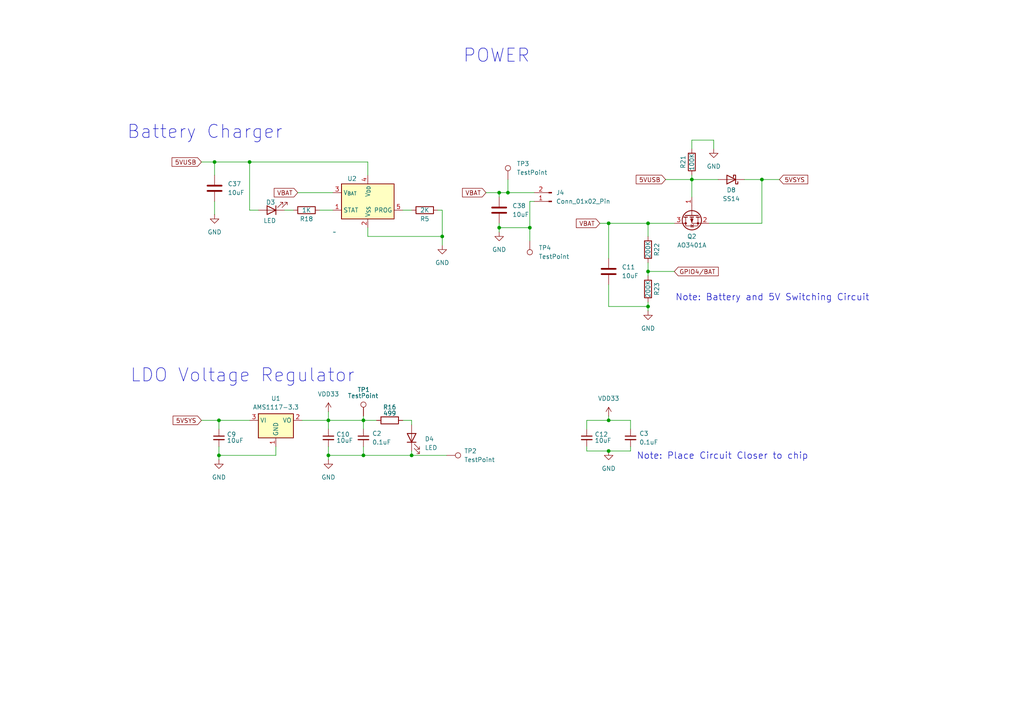
<source format=kicad_sch>
(kicad_sch
	(version 20250114)
	(generator "eeschema")
	(generator_version "9.0")
	(uuid "84aff365-accc-45d2-a391-00681df7f2ce")
	(paper "A4")
	(lib_symbols
		(symbol "Battery_Management:MCP73831-2-OT"
			(exclude_from_sim no)
			(in_bom yes)
			(on_board yes)
			(property "Reference" "U"
				(at -7.62 6.35 0)
				(effects
					(font
						(size 1.27 1.27)
					)
					(justify left)
				)
			)
			(property "Value" "MCP73831-2-OT"
				(at 1.27 6.35 0)
				(effects
					(font
						(size 1.27 1.27)
					)
					(justify left)
				)
			)
			(property "Footprint" "Package_TO_SOT_SMD:SOT-23-5"
				(at 1.27 -6.35 0)
				(effects
					(font
						(size 1.27 1.27)
						(italic yes)
					)
					(justify left)
					(hide yes)
				)
			)
			(property "Datasheet" "http://ww1.microchip.com/downloads/en/DeviceDoc/20001984g.pdf"
				(at 0 -18.288 0)
				(effects
					(font
						(size 1.27 1.27)
					)
					(hide yes)
				)
			)
			(property "Description" "Single cell, Li-Ion/Li-Po charge management controller, 4.20V, Tri-State Status Output, in SOT23-5 package"
				(at 0 0 0)
				(effects
					(font
						(size 1.27 1.27)
					)
					(hide yes)
				)
			)
			(property "ki_keywords" "battery charger lithium"
				(at 0 0 0)
				(effects
					(font
						(size 1.27 1.27)
					)
					(hide yes)
				)
			)
			(property "ki_fp_filters" "SOT?23*"
				(at 0 0 0)
				(effects
					(font
						(size 1.27 1.27)
					)
					(hide yes)
				)
			)
			(symbol "MCP73831-2-OT_0_1"
				(rectangle
					(start -7.62 5.08)
					(end 7.62 -5.08)
					(stroke
						(width 0.254)
						(type default)
					)
					(fill
						(type background)
					)
				)
			)
			(symbol "MCP73831-2-OT_1_1"
				(pin input line
					(at -10.16 -2.54 0)
					(length 2.54)
					(name "PROG"
						(effects
							(font
								(size 1.27 1.27)
							)
						)
					)
					(number "5"
						(effects
							(font
								(size 1.27 1.27)
							)
						)
					)
				)
				(pin power_in line
					(at 0 7.62 270)
					(length 2.54)
					(name "V_{DD}"
						(effects
							(font
								(size 1.27 1.27)
							)
						)
					)
					(number "4"
						(effects
							(font
								(size 1.27 1.27)
							)
						)
					)
				)
				(pin power_in line
					(at 0 -7.62 90)
					(length 2.54)
					(name "V_{SS}"
						(effects
							(font
								(size 1.27 1.27)
							)
						)
					)
					(number "2"
						(effects
							(font
								(size 1.27 1.27)
							)
						)
					)
				)
				(pin power_out line
					(at 10.16 2.54 180)
					(length 2.54)
					(name "V_{BAT}"
						(effects
							(font
								(size 1.27 1.27)
							)
						)
					)
					(number "3"
						(effects
							(font
								(size 1.27 1.27)
							)
						)
					)
				)
				(pin tri_state line
					(at 10.16 -2.54 180)
					(length 2.54)
					(name "STAT"
						(effects
							(font
								(size 1.27 1.27)
							)
						)
					)
					(number "1"
						(effects
							(font
								(size 1.27 1.27)
							)
						)
					)
				)
			)
			(embedded_fonts no)
		)
		(symbol "Connector:Conn_01x02_Pin"
			(pin_names
				(offset 1.016)
				(hide yes)
			)
			(exclude_from_sim no)
			(in_bom yes)
			(on_board yes)
			(property "Reference" "J"
				(at 0 2.54 0)
				(effects
					(font
						(size 1.27 1.27)
					)
				)
			)
			(property "Value" "Conn_01x02_Pin"
				(at 0 -5.08 0)
				(effects
					(font
						(size 1.27 1.27)
					)
				)
			)
			(property "Footprint" ""
				(at 0 0 0)
				(effects
					(font
						(size 1.27 1.27)
					)
					(hide yes)
				)
			)
			(property "Datasheet" "~"
				(at 0 0 0)
				(effects
					(font
						(size 1.27 1.27)
					)
					(hide yes)
				)
			)
			(property "Description" "Generic connector, single row, 01x02, script generated"
				(at 0 0 0)
				(effects
					(font
						(size 1.27 1.27)
					)
					(hide yes)
				)
			)
			(property "ki_locked" ""
				(at 0 0 0)
				(effects
					(font
						(size 1.27 1.27)
					)
				)
			)
			(property "ki_keywords" "connector"
				(at 0 0 0)
				(effects
					(font
						(size 1.27 1.27)
					)
					(hide yes)
				)
			)
			(property "ki_fp_filters" "Connector*:*_1x??_*"
				(at 0 0 0)
				(effects
					(font
						(size 1.27 1.27)
					)
					(hide yes)
				)
			)
			(symbol "Conn_01x02_Pin_1_1"
				(rectangle
					(start 0.8636 0.127)
					(end 0 -0.127)
					(stroke
						(width 0.1524)
						(type default)
					)
					(fill
						(type outline)
					)
				)
				(rectangle
					(start 0.8636 -2.413)
					(end 0 -2.667)
					(stroke
						(width 0.1524)
						(type default)
					)
					(fill
						(type outline)
					)
				)
				(polyline
					(pts
						(xy 1.27 0) (xy 0.8636 0)
					)
					(stroke
						(width 0.1524)
						(type default)
					)
					(fill
						(type none)
					)
				)
				(polyline
					(pts
						(xy 1.27 -2.54) (xy 0.8636 -2.54)
					)
					(stroke
						(width 0.1524)
						(type default)
					)
					(fill
						(type none)
					)
				)
				(pin passive line
					(at 5.08 0 180)
					(length 3.81)
					(name "Pin_1"
						(effects
							(font
								(size 1.27 1.27)
							)
						)
					)
					(number "1"
						(effects
							(font
								(size 1.27 1.27)
							)
						)
					)
				)
				(pin passive line
					(at 5.08 -2.54 180)
					(length 3.81)
					(name "Pin_2"
						(effects
							(font
								(size 1.27 1.27)
							)
						)
					)
					(number "2"
						(effects
							(font
								(size 1.27 1.27)
							)
						)
					)
				)
			)
			(embedded_fonts no)
		)
		(symbol "Connector:TestPoint"
			(pin_numbers
				(hide yes)
			)
			(pin_names
				(offset 0.762)
				(hide yes)
			)
			(exclude_from_sim no)
			(in_bom yes)
			(on_board yes)
			(property "Reference" "TP"
				(at 0 6.858 0)
				(effects
					(font
						(size 1.27 1.27)
					)
				)
			)
			(property "Value" "TestPoint"
				(at 0 5.08 0)
				(effects
					(font
						(size 1.27 1.27)
					)
				)
			)
			(property "Footprint" ""
				(at 5.08 0 0)
				(effects
					(font
						(size 1.27 1.27)
					)
					(hide yes)
				)
			)
			(property "Datasheet" "~"
				(at 5.08 0 0)
				(effects
					(font
						(size 1.27 1.27)
					)
					(hide yes)
				)
			)
			(property "Description" "test point"
				(at 0 0 0)
				(effects
					(font
						(size 1.27 1.27)
					)
					(hide yes)
				)
			)
			(property "ki_keywords" "test point tp"
				(at 0 0 0)
				(effects
					(font
						(size 1.27 1.27)
					)
					(hide yes)
				)
			)
			(property "ki_fp_filters" "Pin* Test*"
				(at 0 0 0)
				(effects
					(font
						(size 1.27 1.27)
					)
					(hide yes)
				)
			)
			(symbol "TestPoint_0_1"
				(circle
					(center 0 3.302)
					(radius 0.762)
					(stroke
						(width 0)
						(type default)
					)
					(fill
						(type none)
					)
				)
			)
			(symbol "TestPoint_1_1"
				(pin passive line
					(at 0 0 90)
					(length 2.54)
					(name "1"
						(effects
							(font
								(size 1.27 1.27)
							)
						)
					)
					(number "1"
						(effects
							(font
								(size 1.27 1.27)
							)
						)
					)
				)
			)
			(embedded_fonts no)
		)
		(symbol "Device:C"
			(pin_numbers
				(hide yes)
			)
			(pin_names
				(offset 0.254)
			)
			(exclude_from_sim no)
			(in_bom yes)
			(on_board yes)
			(property "Reference" "C"
				(at 0.635 2.54 0)
				(effects
					(font
						(size 1.27 1.27)
					)
					(justify left)
				)
			)
			(property "Value" "C"
				(at 0.635 -2.54 0)
				(effects
					(font
						(size 1.27 1.27)
					)
					(justify left)
				)
			)
			(property "Footprint" ""
				(at 0.9652 -3.81 0)
				(effects
					(font
						(size 1.27 1.27)
					)
					(hide yes)
				)
			)
			(property "Datasheet" "~"
				(at 0 0 0)
				(effects
					(font
						(size 1.27 1.27)
					)
					(hide yes)
				)
			)
			(property "Description" "Unpolarized capacitor"
				(at 0 0 0)
				(effects
					(font
						(size 1.27 1.27)
					)
					(hide yes)
				)
			)
			(property "ki_keywords" "cap capacitor"
				(at 0 0 0)
				(effects
					(font
						(size 1.27 1.27)
					)
					(hide yes)
				)
			)
			(property "ki_fp_filters" "C_*"
				(at 0 0 0)
				(effects
					(font
						(size 1.27 1.27)
					)
					(hide yes)
				)
			)
			(symbol "C_0_1"
				(polyline
					(pts
						(xy -2.032 0.762) (xy 2.032 0.762)
					)
					(stroke
						(width 0.508)
						(type default)
					)
					(fill
						(type none)
					)
				)
				(polyline
					(pts
						(xy -2.032 -0.762) (xy 2.032 -0.762)
					)
					(stroke
						(width 0.508)
						(type default)
					)
					(fill
						(type none)
					)
				)
			)
			(symbol "C_1_1"
				(pin passive line
					(at 0 3.81 270)
					(length 2.794)
					(name "~"
						(effects
							(font
								(size 1.27 1.27)
							)
						)
					)
					(number "1"
						(effects
							(font
								(size 1.27 1.27)
							)
						)
					)
				)
				(pin passive line
					(at 0 -3.81 90)
					(length 2.794)
					(name "~"
						(effects
							(font
								(size 1.27 1.27)
							)
						)
					)
					(number "2"
						(effects
							(font
								(size 1.27 1.27)
							)
						)
					)
				)
			)
			(embedded_fonts no)
		)
		(symbol "Device:C_Small"
			(pin_numbers
				(hide yes)
			)
			(pin_names
				(offset 0.254)
				(hide yes)
			)
			(exclude_from_sim no)
			(in_bom yes)
			(on_board yes)
			(property "Reference" "C"
				(at 0.254 1.778 0)
				(effects
					(font
						(size 1.27 1.27)
					)
					(justify left)
				)
			)
			(property "Value" "C_Small"
				(at 0.254 -2.032 0)
				(effects
					(font
						(size 1.27 1.27)
					)
					(justify left)
				)
			)
			(property "Footprint" ""
				(at 0 0 0)
				(effects
					(font
						(size 1.27 1.27)
					)
					(hide yes)
				)
			)
			(property "Datasheet" "~"
				(at 0 0 0)
				(effects
					(font
						(size 1.27 1.27)
					)
					(hide yes)
				)
			)
			(property "Description" "Unpolarized capacitor, small symbol"
				(at 0 0 0)
				(effects
					(font
						(size 1.27 1.27)
					)
					(hide yes)
				)
			)
			(property "ki_keywords" "capacitor cap"
				(at 0 0 0)
				(effects
					(font
						(size 1.27 1.27)
					)
					(hide yes)
				)
			)
			(property "ki_fp_filters" "C_*"
				(at 0 0 0)
				(effects
					(font
						(size 1.27 1.27)
					)
					(hide yes)
				)
			)
			(symbol "C_Small_0_1"
				(polyline
					(pts
						(xy -1.524 0.508) (xy 1.524 0.508)
					)
					(stroke
						(width 0.3048)
						(type default)
					)
					(fill
						(type none)
					)
				)
				(polyline
					(pts
						(xy -1.524 -0.508) (xy 1.524 -0.508)
					)
					(stroke
						(width 0.3302)
						(type default)
					)
					(fill
						(type none)
					)
				)
			)
			(symbol "C_Small_1_1"
				(pin passive line
					(at 0 2.54 270)
					(length 2.032)
					(name "~"
						(effects
							(font
								(size 1.27 1.27)
							)
						)
					)
					(number "1"
						(effects
							(font
								(size 1.27 1.27)
							)
						)
					)
				)
				(pin passive line
					(at 0 -2.54 90)
					(length 2.032)
					(name "~"
						(effects
							(font
								(size 1.27 1.27)
							)
						)
					)
					(number "2"
						(effects
							(font
								(size 1.27 1.27)
							)
						)
					)
				)
			)
			(embedded_fonts no)
		)
		(symbol "Device:LED"
			(pin_numbers
				(hide yes)
			)
			(pin_names
				(offset 1.016)
				(hide yes)
			)
			(exclude_from_sim no)
			(in_bom yes)
			(on_board yes)
			(property "Reference" "D"
				(at 0 2.54 0)
				(effects
					(font
						(size 1.27 1.27)
					)
				)
			)
			(property "Value" "LED"
				(at 0 -2.54 0)
				(effects
					(font
						(size 1.27 1.27)
					)
				)
			)
			(property "Footprint" ""
				(at 0 0 0)
				(effects
					(font
						(size 1.27 1.27)
					)
					(hide yes)
				)
			)
			(property "Datasheet" "~"
				(at 0 0 0)
				(effects
					(font
						(size 1.27 1.27)
					)
					(hide yes)
				)
			)
			(property "Description" "Light emitting diode"
				(at 0 0 0)
				(effects
					(font
						(size 1.27 1.27)
					)
					(hide yes)
				)
			)
			(property "Sim.Pins" "1=K 2=A"
				(at 0 0 0)
				(effects
					(font
						(size 1.27 1.27)
					)
					(hide yes)
				)
			)
			(property "ki_keywords" "LED diode"
				(at 0 0 0)
				(effects
					(font
						(size 1.27 1.27)
					)
					(hide yes)
				)
			)
			(property "ki_fp_filters" "LED* LED_SMD:* LED_THT:*"
				(at 0 0 0)
				(effects
					(font
						(size 1.27 1.27)
					)
					(hide yes)
				)
			)
			(symbol "LED_0_1"
				(polyline
					(pts
						(xy -3.048 -0.762) (xy -4.572 -2.286) (xy -3.81 -2.286) (xy -4.572 -2.286) (xy -4.572 -1.524)
					)
					(stroke
						(width 0)
						(type default)
					)
					(fill
						(type none)
					)
				)
				(polyline
					(pts
						(xy -1.778 -0.762) (xy -3.302 -2.286) (xy -2.54 -2.286) (xy -3.302 -2.286) (xy -3.302 -1.524)
					)
					(stroke
						(width 0)
						(type default)
					)
					(fill
						(type none)
					)
				)
				(polyline
					(pts
						(xy -1.27 0) (xy 1.27 0)
					)
					(stroke
						(width 0)
						(type default)
					)
					(fill
						(type none)
					)
				)
				(polyline
					(pts
						(xy -1.27 -1.27) (xy -1.27 1.27)
					)
					(stroke
						(width 0.254)
						(type default)
					)
					(fill
						(type none)
					)
				)
				(polyline
					(pts
						(xy 1.27 -1.27) (xy 1.27 1.27) (xy -1.27 0) (xy 1.27 -1.27)
					)
					(stroke
						(width 0.254)
						(type default)
					)
					(fill
						(type none)
					)
				)
			)
			(symbol "LED_1_1"
				(pin passive line
					(at -3.81 0 0)
					(length 2.54)
					(name "K"
						(effects
							(font
								(size 1.27 1.27)
							)
						)
					)
					(number "1"
						(effects
							(font
								(size 1.27 1.27)
							)
						)
					)
				)
				(pin passive line
					(at 3.81 0 180)
					(length 2.54)
					(name "A"
						(effects
							(font
								(size 1.27 1.27)
							)
						)
					)
					(number "2"
						(effects
							(font
								(size 1.27 1.27)
							)
						)
					)
				)
			)
			(embedded_fonts no)
		)
		(symbol "Device:R"
			(pin_numbers
				(hide yes)
			)
			(pin_names
				(offset 0)
			)
			(exclude_from_sim no)
			(in_bom yes)
			(on_board yes)
			(property "Reference" "R"
				(at 2.032 0 90)
				(effects
					(font
						(size 1.27 1.27)
					)
				)
			)
			(property "Value" "R"
				(at 0 0 90)
				(effects
					(font
						(size 1.27 1.27)
					)
				)
			)
			(property "Footprint" ""
				(at -1.778 0 90)
				(effects
					(font
						(size 1.27 1.27)
					)
					(hide yes)
				)
			)
			(property "Datasheet" "~"
				(at 0 0 0)
				(effects
					(font
						(size 1.27 1.27)
					)
					(hide yes)
				)
			)
			(property "Description" "Resistor"
				(at 0 0 0)
				(effects
					(font
						(size 1.27 1.27)
					)
					(hide yes)
				)
			)
			(property "ki_keywords" "R res resistor"
				(at 0 0 0)
				(effects
					(font
						(size 1.27 1.27)
					)
					(hide yes)
				)
			)
			(property "ki_fp_filters" "R_*"
				(at 0 0 0)
				(effects
					(font
						(size 1.27 1.27)
					)
					(hide yes)
				)
			)
			(symbol "R_0_1"
				(rectangle
					(start -1.016 -2.54)
					(end 1.016 2.54)
					(stroke
						(width 0.254)
						(type default)
					)
					(fill
						(type none)
					)
				)
			)
			(symbol "R_1_1"
				(pin passive line
					(at 0 3.81 270)
					(length 1.27)
					(name "~"
						(effects
							(font
								(size 1.27 1.27)
							)
						)
					)
					(number "1"
						(effects
							(font
								(size 1.27 1.27)
							)
						)
					)
				)
				(pin passive line
					(at 0 -3.81 90)
					(length 1.27)
					(name "~"
						(effects
							(font
								(size 1.27 1.27)
							)
						)
					)
					(number "2"
						(effects
							(font
								(size 1.27 1.27)
							)
						)
					)
				)
			)
			(embedded_fonts no)
		)
		(symbol "Diode:SS14"
			(pin_numbers
				(hide yes)
			)
			(pin_names
				(offset 1.016)
				(hide yes)
			)
			(exclude_from_sim no)
			(in_bom yes)
			(on_board yes)
			(property "Reference" "D"
				(at 0 2.54 0)
				(effects
					(font
						(size 1.27 1.27)
					)
				)
			)
			(property "Value" "SS14"
				(at 0 -2.54 0)
				(effects
					(font
						(size 1.27 1.27)
					)
				)
			)
			(property "Footprint" "Diode_SMD:D_SMA"
				(at 0 -4.445 0)
				(effects
					(font
						(size 1.27 1.27)
					)
					(hide yes)
				)
			)
			(property "Datasheet" "https://www.vishay.com/docs/88746/ss12.pdf"
				(at 0 0 0)
				(effects
					(font
						(size 1.27 1.27)
					)
					(hide yes)
				)
			)
			(property "Description" "40V 1A Schottky Diode, SMA"
				(at 0 0 0)
				(effects
					(font
						(size 1.27 1.27)
					)
					(hide yes)
				)
			)
			(property "ki_keywords" "diode Schottky"
				(at 0 0 0)
				(effects
					(font
						(size 1.27 1.27)
					)
					(hide yes)
				)
			)
			(property "ki_fp_filters" "D*SMA*"
				(at 0 0 0)
				(effects
					(font
						(size 1.27 1.27)
					)
					(hide yes)
				)
			)
			(symbol "SS14_0_1"
				(polyline
					(pts
						(xy -1.905 0.635) (xy -1.905 1.27) (xy -1.27 1.27) (xy -1.27 -1.27) (xy -0.635 -1.27) (xy -0.635 -0.635)
					)
					(stroke
						(width 0.254)
						(type default)
					)
					(fill
						(type none)
					)
				)
				(polyline
					(pts
						(xy 1.27 1.27) (xy 1.27 -1.27) (xy -1.27 0) (xy 1.27 1.27)
					)
					(stroke
						(width 0.254)
						(type default)
					)
					(fill
						(type none)
					)
				)
				(polyline
					(pts
						(xy 1.27 0) (xy -1.27 0)
					)
					(stroke
						(width 0)
						(type default)
					)
					(fill
						(type none)
					)
				)
			)
			(symbol "SS14_1_1"
				(pin passive line
					(at -3.81 0 0)
					(length 2.54)
					(name "K"
						(effects
							(font
								(size 1.27 1.27)
							)
						)
					)
					(number "1"
						(effects
							(font
								(size 1.27 1.27)
							)
						)
					)
				)
				(pin passive line
					(at 3.81 0 180)
					(length 2.54)
					(name "A"
						(effects
							(font
								(size 1.27 1.27)
							)
						)
					)
					(number "2"
						(effects
							(font
								(size 1.27 1.27)
							)
						)
					)
				)
			)
			(embedded_fonts no)
		)
		(symbol "GND_1"
			(power)
			(pin_numbers
				(hide yes)
			)
			(pin_names
				(offset 0)
				(hide yes)
			)
			(exclude_from_sim no)
			(in_bom yes)
			(on_board yes)
			(property "Reference" "#PWR"
				(at 0 -6.35 0)
				(effects
					(font
						(size 1.27 1.27)
					)
					(hide yes)
				)
			)
			(property "Value" "GND"
				(at 0 -3.81 0)
				(effects
					(font
						(size 1.27 1.27)
					)
				)
			)
			(property "Footprint" ""
				(at 0 0 0)
				(effects
					(font
						(size 1.27 1.27)
					)
					(hide yes)
				)
			)
			(property "Datasheet" ""
				(at 0 0 0)
				(effects
					(font
						(size 1.27 1.27)
					)
					(hide yes)
				)
			)
			(property "Description" "Power symbol creates a global label with name \"GND\" , ground"
				(at 0 0 0)
				(effects
					(font
						(size 1.27 1.27)
					)
					(hide yes)
				)
			)
			(property "ki_keywords" "global power"
				(at 0 0 0)
				(effects
					(font
						(size 1.27 1.27)
					)
					(hide yes)
				)
			)
			(symbol "GND_1_0_1"
				(polyline
					(pts
						(xy 0 0) (xy 0 -1.27) (xy 1.27 -1.27) (xy 0 -2.54) (xy -1.27 -1.27) (xy 0 -1.27)
					)
					(stroke
						(width 0)
						(type default)
					)
					(fill
						(type none)
					)
				)
			)
			(symbol "GND_1_1_1"
				(pin power_in line
					(at 0 0 270)
					(length 0)
					(name "~"
						(effects
							(font
								(size 1.27 1.27)
							)
						)
					)
					(number "1"
						(effects
							(font
								(size 1.27 1.27)
							)
						)
					)
				)
			)
			(embedded_fonts no)
		)
		(symbol "Regulator_Linear:AMS1117-3.3"
			(exclude_from_sim no)
			(in_bom yes)
			(on_board yes)
			(property "Reference" "U"
				(at -3.81 3.175 0)
				(effects
					(font
						(size 1.27 1.27)
					)
				)
			)
			(property "Value" "AMS1117-3.3"
				(at 0 3.175 0)
				(effects
					(font
						(size 1.27 1.27)
					)
					(justify left)
				)
			)
			(property "Footprint" "Package_TO_SOT_SMD:SOT-223-3_TabPin2"
				(at 0 5.08 0)
				(effects
					(font
						(size 1.27 1.27)
					)
					(hide yes)
				)
			)
			(property "Datasheet" "http://www.advanced-monolithic.com/pdf/ds1117.pdf"
				(at 2.54 -6.35 0)
				(effects
					(font
						(size 1.27 1.27)
					)
					(hide yes)
				)
			)
			(property "Description" "1A Low Dropout regulator, positive, 3.3V fixed output, SOT-223"
				(at 0 0 0)
				(effects
					(font
						(size 1.27 1.27)
					)
					(hide yes)
				)
			)
			(property "ki_keywords" "linear regulator ldo fixed positive"
				(at 0 0 0)
				(effects
					(font
						(size 1.27 1.27)
					)
					(hide yes)
				)
			)
			(property "ki_fp_filters" "SOT?223*TabPin2*"
				(at 0 0 0)
				(effects
					(font
						(size 1.27 1.27)
					)
					(hide yes)
				)
			)
			(symbol "AMS1117-3.3_0_1"
				(rectangle
					(start -5.08 -5.08)
					(end 5.08 1.905)
					(stroke
						(width 0.254)
						(type default)
					)
					(fill
						(type background)
					)
				)
			)
			(symbol "AMS1117-3.3_1_1"
				(pin power_in line
					(at -7.62 0 0)
					(length 2.54)
					(name "VI"
						(effects
							(font
								(size 1.27 1.27)
							)
						)
					)
					(number "3"
						(effects
							(font
								(size 1.27 1.27)
							)
						)
					)
				)
				(pin power_in line
					(at 0 -7.62 90)
					(length 2.54)
					(name "GND"
						(effects
							(font
								(size 1.27 1.27)
							)
						)
					)
					(number "1"
						(effects
							(font
								(size 1.27 1.27)
							)
						)
					)
				)
				(pin power_out line
					(at 7.62 0 180)
					(length 2.54)
					(name "VO"
						(effects
							(font
								(size 1.27 1.27)
							)
						)
					)
					(number "2"
						(effects
							(font
								(size 1.27 1.27)
							)
						)
					)
				)
			)
			(embedded_fonts no)
		)
		(symbol "Transistor_FET:AO3401A"
			(pin_names
				(hide yes)
			)
			(exclude_from_sim no)
			(in_bom yes)
			(on_board yes)
			(property "Reference" "Q"
				(at 5.08 1.905 0)
				(effects
					(font
						(size 1.27 1.27)
					)
					(justify left)
				)
			)
			(property "Value" "AO3401A"
				(at 5.08 0 0)
				(effects
					(font
						(size 1.27 1.27)
					)
					(justify left)
				)
			)
			(property "Footprint" "Package_TO_SOT_SMD:SOT-23"
				(at 5.08 -1.905 0)
				(effects
					(font
						(size 1.27 1.27)
						(italic yes)
					)
					(justify left)
					(hide yes)
				)
			)
			(property "Datasheet" "http://www.aosmd.com/pdfs/datasheet/AO3401A.pdf"
				(at 5.08 -3.81 0)
				(effects
					(font
						(size 1.27 1.27)
					)
					(justify left)
					(hide yes)
				)
			)
			(property "Description" "-4.0A Id, -30V Vds, P-Channel MOSFET, SOT-23"
				(at 0 0 0)
				(effects
					(font
						(size 1.27 1.27)
					)
					(hide yes)
				)
			)
			(property "ki_keywords" "P-Channel MOSFET"
				(at 0 0 0)
				(effects
					(font
						(size 1.27 1.27)
					)
					(hide yes)
				)
			)
			(property "ki_fp_filters" "SOT?23*"
				(at 0 0 0)
				(effects
					(font
						(size 1.27 1.27)
					)
					(hide yes)
				)
			)
			(symbol "AO3401A_0_1"
				(polyline
					(pts
						(xy 0.254 1.905) (xy 0.254 -1.905)
					)
					(stroke
						(width 0.254)
						(type default)
					)
					(fill
						(type none)
					)
				)
				(polyline
					(pts
						(xy 0.254 0) (xy -2.54 0)
					)
					(stroke
						(width 0)
						(type default)
					)
					(fill
						(type none)
					)
				)
				(polyline
					(pts
						(xy 0.762 2.286) (xy 0.762 1.27)
					)
					(stroke
						(width 0.254)
						(type default)
					)
					(fill
						(type none)
					)
				)
				(polyline
					(pts
						(xy 0.762 1.778) (xy 3.302 1.778) (xy 3.302 -1.778) (xy 0.762 -1.778)
					)
					(stroke
						(width 0)
						(type default)
					)
					(fill
						(type none)
					)
				)
				(polyline
					(pts
						(xy 0.762 0.508) (xy 0.762 -0.508)
					)
					(stroke
						(width 0.254)
						(type default)
					)
					(fill
						(type none)
					)
				)
				(polyline
					(pts
						(xy 0.762 -1.27) (xy 0.762 -2.286)
					)
					(stroke
						(width 0.254)
						(type default)
					)
					(fill
						(type none)
					)
				)
				(circle
					(center 1.651 0)
					(radius 2.794)
					(stroke
						(width 0.254)
						(type default)
					)
					(fill
						(type none)
					)
				)
				(polyline
					(pts
						(xy 2.286 0) (xy 1.27 0.381) (xy 1.27 -0.381) (xy 2.286 0)
					)
					(stroke
						(width 0)
						(type default)
					)
					(fill
						(type outline)
					)
				)
				(polyline
					(pts
						(xy 2.54 2.54) (xy 2.54 1.778)
					)
					(stroke
						(width 0)
						(type default)
					)
					(fill
						(type none)
					)
				)
				(circle
					(center 2.54 1.778)
					(radius 0.254)
					(stroke
						(width 0)
						(type default)
					)
					(fill
						(type outline)
					)
				)
				(circle
					(center 2.54 -1.778)
					(radius 0.254)
					(stroke
						(width 0)
						(type default)
					)
					(fill
						(type outline)
					)
				)
				(polyline
					(pts
						(xy 2.54 -2.54) (xy 2.54 0) (xy 0.762 0)
					)
					(stroke
						(width 0)
						(type default)
					)
					(fill
						(type none)
					)
				)
				(polyline
					(pts
						(xy 2.794 -0.508) (xy 2.921 -0.381) (xy 3.683 -0.381) (xy 3.81 -0.254)
					)
					(stroke
						(width 0)
						(type default)
					)
					(fill
						(type none)
					)
				)
				(polyline
					(pts
						(xy 3.302 -0.381) (xy 2.921 0.254) (xy 3.683 0.254) (xy 3.302 -0.381)
					)
					(stroke
						(width 0)
						(type default)
					)
					(fill
						(type none)
					)
				)
			)
			(symbol "AO3401A_1_1"
				(pin input line
					(at -5.08 0 0)
					(length 2.54)
					(name "G"
						(effects
							(font
								(size 1.27 1.27)
							)
						)
					)
					(number "1"
						(effects
							(font
								(size 1.27 1.27)
							)
						)
					)
				)
				(pin passive line
					(at 2.54 5.08 270)
					(length 2.54)
					(name "D"
						(effects
							(font
								(size 1.27 1.27)
							)
						)
					)
					(number "3"
						(effects
							(font
								(size 1.27 1.27)
							)
						)
					)
				)
				(pin passive line
					(at 2.54 -5.08 90)
					(length 2.54)
					(name "S"
						(effects
							(font
								(size 1.27 1.27)
							)
						)
					)
					(number "2"
						(effects
							(font
								(size 1.27 1.27)
							)
						)
					)
				)
			)
			(embedded_fonts no)
		)
		(symbol "power:GND"
			(power)
			(pin_numbers
				(hide yes)
			)
			(pin_names
				(offset 0)
				(hide yes)
			)
			(exclude_from_sim no)
			(in_bom yes)
			(on_board yes)
			(property "Reference" "#PWR"
				(at 0 -6.35 0)
				(effects
					(font
						(size 1.27 1.27)
					)
					(hide yes)
				)
			)
			(property "Value" "GND"
				(at 0 -3.81 0)
				(effects
					(font
						(size 1.27 1.27)
					)
				)
			)
			(property "Footprint" ""
				(at 0 0 0)
				(effects
					(font
						(size 1.27 1.27)
					)
					(hide yes)
				)
			)
			(property "Datasheet" ""
				(at 0 0 0)
				(effects
					(font
						(size 1.27 1.27)
					)
					(hide yes)
				)
			)
			(property "Description" "Power symbol creates a global label with name \"GND\" , ground"
				(at 0 0 0)
				(effects
					(font
						(size 1.27 1.27)
					)
					(hide yes)
				)
			)
			(property "ki_keywords" "global power"
				(at 0 0 0)
				(effects
					(font
						(size 1.27 1.27)
					)
					(hide yes)
				)
			)
			(symbol "GND_0_1"
				(polyline
					(pts
						(xy 0 0) (xy 0 -1.27) (xy 1.27 -1.27) (xy 0 -2.54) (xy -1.27 -1.27) (xy 0 -1.27)
					)
					(stroke
						(width 0)
						(type default)
					)
					(fill
						(type none)
					)
				)
			)
			(symbol "GND_1_1"
				(pin power_in line
					(at 0 0 270)
					(length 0)
					(name "~"
						(effects
							(font
								(size 1.27 1.27)
							)
						)
					)
					(number "1"
						(effects
							(font
								(size 1.27 1.27)
							)
						)
					)
				)
			)
			(embedded_fonts no)
		)
		(symbol "power:VCC"
			(power)
			(pin_numbers
				(hide yes)
			)
			(pin_names
				(offset 0)
				(hide yes)
			)
			(exclude_from_sim no)
			(in_bom yes)
			(on_board yes)
			(property "Reference" "#PWR"
				(at 0 -3.81 0)
				(effects
					(font
						(size 1.27 1.27)
					)
					(hide yes)
				)
			)
			(property "Value" "VCC"
				(at 0 3.556 0)
				(effects
					(font
						(size 1.27 1.27)
					)
				)
			)
			(property "Footprint" ""
				(at 0 0 0)
				(effects
					(font
						(size 1.27 1.27)
					)
					(hide yes)
				)
			)
			(property "Datasheet" ""
				(at 0 0 0)
				(effects
					(font
						(size 1.27 1.27)
					)
					(hide yes)
				)
			)
			(property "Description" "Power symbol creates a global label with name \"VCC\""
				(at 0 0 0)
				(effects
					(font
						(size 1.27 1.27)
					)
					(hide yes)
				)
			)
			(property "ki_keywords" "global power"
				(at 0 0 0)
				(effects
					(font
						(size 1.27 1.27)
					)
					(hide yes)
				)
			)
			(symbol "VCC_0_1"
				(polyline
					(pts
						(xy -0.762 1.27) (xy 0 2.54)
					)
					(stroke
						(width 0)
						(type default)
					)
					(fill
						(type none)
					)
				)
				(polyline
					(pts
						(xy 0 2.54) (xy 0.762 1.27)
					)
					(stroke
						(width 0)
						(type default)
					)
					(fill
						(type none)
					)
				)
				(polyline
					(pts
						(xy 0 0) (xy 0 2.54)
					)
					(stroke
						(width 0)
						(type default)
					)
					(fill
						(type none)
					)
				)
			)
			(symbol "VCC_1_1"
				(pin power_in line
					(at 0 0 90)
					(length 0)
					(name "~"
						(effects
							(font
								(size 1.27 1.27)
							)
						)
					)
					(number "1"
						(effects
							(font
								(size 1.27 1.27)
							)
						)
					)
				)
			)
			(embedded_fonts no)
		)
	)
	(text "LDO Voltage Regulator"
		(exclude_from_sim no)
		(at 70.358 108.966 0)
		(effects
			(font
				(size 3.81 3.81)
			)
		)
		(uuid "1977f2d8-140a-4e90-8bd1-8bc8b1c4edc4")
	)
	(text "Note: Place Circuit Closer to chip"
		(exclude_from_sim no)
		(at 209.55 132.334 0)
		(effects
			(font
				(size 1.905 1.905)
			)
		)
		(uuid "2288e131-563f-46d3-8e5a-827526e7a7ba")
	)
	(text "Note: Battery and 5V Switching Circuit"
		(exclude_from_sim no)
		(at 224.028 86.36 0)
		(effects
			(font
				(size 1.905 1.905)
			)
		)
		(uuid "763808cf-8578-451c-8c21-02976e8d2781")
	)
	(text "POWER"
		(exclude_from_sim no)
		(at 144.018 16.256 0)
		(effects
			(font
				(size 3.81 3.81)
			)
		)
		(uuid "c3604b58-82b1-41b9-a19c-e7711b2def0f")
	)
	(text "Battery Charger"
		(exclude_from_sim no)
		(at 59.436 38.354 0)
		(effects
			(font
				(size 3.81 3.81)
			)
		)
		(uuid "ebf3f2fa-aadd-4a85-bc3a-418e608830f4")
	)
	(junction
		(at 176.53 130.81)
		(diameter 0)
		(color 0 0 0 0)
		(uuid "03bbde22-b69e-4671-ad94-8311346e2bd7")
	)
	(junction
		(at 63.5 132.08)
		(diameter 0)
		(color 0 0 0 0)
		(uuid "08ac8e91-dee6-43ae-bc0c-ef6a59289ba8")
	)
	(junction
		(at 128.27 68.58)
		(diameter 0)
		(color 0 0 0 0)
		(uuid "0fe01a16-bfb3-4ab5-9e4e-80e6e249f4f3")
	)
	(junction
		(at 105.41 132.08)
		(diameter 0)
		(color 0 0 0 0)
		(uuid "1a52c9f2-1e8c-4efe-a075-c2bfd6decfd1")
	)
	(junction
		(at 176.53 64.77)
		(diameter 0)
		(color 0 0 0 0)
		(uuid "24c6e70a-ba0c-465e-8a39-70e3c626ae60")
	)
	(junction
		(at 147.32 55.88)
		(diameter 0)
		(color 0 0 0 0)
		(uuid "3751fb16-93e0-47d5-ae95-b15f286000d4")
	)
	(junction
		(at 62.23 46.99)
		(diameter 0)
		(color 0 0 0 0)
		(uuid "3cd34c3d-4e78-4c68-bda1-2fd6b639a7cf")
	)
	(junction
		(at 63.5 121.92)
		(diameter 0)
		(color 0 0 0 0)
		(uuid "4bf32b7b-0f7b-4ac1-8be0-ac0d107de29b")
	)
	(junction
		(at 95.25 132.08)
		(diameter 0)
		(color 0 0 0 0)
		(uuid "7244398d-035b-440c-aab9-4957b481488b")
	)
	(junction
		(at 105.41 121.92)
		(diameter 0)
		(color 0 0 0 0)
		(uuid "7b115470-3e26-431f-9cb7-c8cdfc4daac2")
	)
	(junction
		(at 220.98 52.07)
		(diameter 0)
		(color 0 0 0 0)
		(uuid "88d0466d-cf3d-4207-a9c1-892128ba9449")
	)
	(junction
		(at 144.78 55.88)
		(diameter 0)
		(color 0 0 0 0)
		(uuid "925ddba9-0347-4718-9956-9592acea8fce")
	)
	(junction
		(at 187.96 88.9)
		(diameter 0)
		(color 0 0 0 0)
		(uuid "9a1b506b-008f-4ad3-bab4-1defca1c8897")
	)
	(junction
		(at 176.53 121.92)
		(diameter 0)
		(color 0 0 0 0)
		(uuid "9ed16aff-2554-4baa-8c99-0776dab7d538")
	)
	(junction
		(at 72.39 46.99)
		(diameter 0)
		(color 0 0 0 0)
		(uuid "a8c2d9d2-92f5-4c01-81be-214ef6a4b4eb")
	)
	(junction
		(at 144.78 66.04)
		(diameter 0)
		(color 0 0 0 0)
		(uuid "ac3499e6-d1b3-491e-ba46-e08ca9e3466f")
	)
	(junction
		(at 187.96 64.77)
		(diameter 0)
		(color 0 0 0 0)
		(uuid "c48a1c88-9dd9-4ace-9d30-7717baa0cfb3")
	)
	(junction
		(at 95.25 121.92)
		(diameter 0)
		(color 0 0 0 0)
		(uuid "d4ab85d2-af7f-482f-8b83-0604bd65601b")
	)
	(junction
		(at 119.38 132.08)
		(diameter 0)
		(color 0 0 0 0)
		(uuid "de93ae8a-3b6c-4aeb-8ffa-fa75d8dd1908")
	)
	(junction
		(at 153.67 66.04)
		(diameter 0)
		(color 0 0 0 0)
		(uuid "e9dd6be0-7eb6-4f80-88e4-0411dab8aee5")
	)
	(junction
		(at 187.96 78.74)
		(diameter 0)
		(color 0 0 0 0)
		(uuid "ea85cb02-817b-4c4f-8c37-fabb570bb7cc")
	)
	(junction
		(at 200.66 52.07)
		(diameter 0)
		(color 0 0 0 0)
		(uuid "fd94f631-0eea-4b6c-bd03-3c0d2d5f8862")
	)
	(wire
		(pts
			(xy 187.96 76.2) (xy 187.96 78.74)
		)
		(stroke
			(width 0)
			(type default)
		)
		(uuid "034b9512-f639-4223-af40-f64a2466c7eb")
	)
	(wire
		(pts
			(xy 95.25 121.92) (xy 95.25 124.46)
		)
		(stroke
			(width 0)
			(type default)
		)
		(uuid "06852dd7-7e4a-4e45-b965-38442c812e5b")
	)
	(wire
		(pts
			(xy 154.94 58.42) (xy 153.67 58.42)
		)
		(stroke
			(width 0)
			(type default)
		)
		(uuid "080ba169-786f-407a-8b86-d1b80c48bcac")
	)
	(wire
		(pts
			(xy 200.66 43.18) (xy 200.66 40.64)
		)
		(stroke
			(width 0)
			(type default)
		)
		(uuid "0b578e55-2742-466b-8cee-59c3f74173f1")
	)
	(wire
		(pts
			(xy 170.18 130.81) (xy 176.53 130.81)
		)
		(stroke
			(width 0)
			(type default)
		)
		(uuid "0b818ae1-a528-416d-92b3-cdde6961a125")
	)
	(wire
		(pts
			(xy 144.78 55.88) (xy 144.78 57.15)
		)
		(stroke
			(width 0)
			(type default)
		)
		(uuid "0d235945-86f8-4a95-a42c-8c3cbe3277e7")
	)
	(wire
		(pts
			(xy 63.5 129.54) (xy 63.5 132.08)
		)
		(stroke
			(width 0)
			(type default)
		)
		(uuid "0d509643-def3-4dbe-98b7-2eddea6b8f87")
	)
	(wire
		(pts
			(xy 187.96 64.77) (xy 187.96 68.58)
		)
		(stroke
			(width 0)
			(type default)
		)
		(uuid "0f5e9dc2-4cc5-4c3e-b2ea-362db4a75830")
	)
	(wire
		(pts
			(xy 82.55 60.96) (xy 85.09 60.96)
		)
		(stroke
			(width 0)
			(type default)
		)
		(uuid "1457f46b-1a59-4155-8a6c-906d26722612")
	)
	(wire
		(pts
			(xy 119.38 130.81) (xy 119.38 132.08)
		)
		(stroke
			(width 0)
			(type default)
		)
		(uuid "1940741b-2360-41ab-b39a-0c47711ce1ee")
	)
	(wire
		(pts
			(xy 128.27 68.58) (xy 128.27 71.12)
		)
		(stroke
			(width 0)
			(type default)
		)
		(uuid "1dc9fbdc-f2a6-4068-a66f-1e411e4c0ad0")
	)
	(wire
		(pts
			(xy 147.32 52.07) (xy 147.32 55.88)
		)
		(stroke
			(width 0)
			(type default)
		)
		(uuid "20be6716-a440-4624-bc87-238790cfb620")
	)
	(wire
		(pts
			(xy 62.23 46.99) (xy 62.23 50.8)
		)
		(stroke
			(width 0)
			(type default)
		)
		(uuid "2212aced-a9bb-4aed-b24b-fab88e6d2c51")
	)
	(wire
		(pts
			(xy 170.18 129.54) (xy 170.18 130.81)
		)
		(stroke
			(width 0)
			(type default)
		)
		(uuid "2617caeb-cc59-494d-863a-c1c57dc1dfc7")
	)
	(wire
		(pts
			(xy 74.93 60.96) (xy 72.39 60.96)
		)
		(stroke
			(width 0)
			(type default)
		)
		(uuid "2732d960-2eab-48ae-98c2-2c8c113d1117")
	)
	(wire
		(pts
			(xy 176.53 120.65) (xy 176.53 121.92)
		)
		(stroke
			(width 0)
			(type default)
		)
		(uuid "2ad4bd47-90f8-43bb-a4ed-4e2f59d9b707")
	)
	(wire
		(pts
			(xy 200.66 52.07) (xy 208.28 52.07)
		)
		(stroke
			(width 0)
			(type default)
		)
		(uuid "2da992d8-e390-4981-a4b2-896fe659c617")
	)
	(wire
		(pts
			(xy 144.78 55.88) (xy 147.32 55.88)
		)
		(stroke
			(width 0)
			(type default)
		)
		(uuid "2e46bf3c-44ae-453f-967f-51448477aceb")
	)
	(wire
		(pts
			(xy 106.68 66.04) (xy 106.68 68.58)
		)
		(stroke
			(width 0)
			(type default)
		)
		(uuid "36c9dd3a-f3a5-4095-a8ce-67eb0a5e4519")
	)
	(wire
		(pts
			(xy 106.68 46.99) (xy 106.68 50.8)
		)
		(stroke
			(width 0)
			(type default)
		)
		(uuid "387cdf80-0b8d-4084-ab6e-9833a94d1ba9")
	)
	(wire
		(pts
			(xy 58.42 46.99) (xy 62.23 46.99)
		)
		(stroke
			(width 0)
			(type default)
		)
		(uuid "3dd6ad0f-55ca-4661-9fa3-455373cdcaf3")
	)
	(wire
		(pts
			(xy 105.41 121.92) (xy 109.22 121.92)
		)
		(stroke
			(width 0)
			(type default)
		)
		(uuid "40a32b6b-2369-4bc2-bad0-ffbc17eb9f1c")
	)
	(wire
		(pts
			(xy 80.01 129.54) (xy 80.01 132.08)
		)
		(stroke
			(width 0)
			(type default)
		)
		(uuid "4b41022c-1630-405a-870b-956c9bc2c54a")
	)
	(wire
		(pts
			(xy 176.53 82.55) (xy 176.53 88.9)
		)
		(stroke
			(width 0)
			(type default)
		)
		(uuid "4d23d98d-a822-473b-917a-e8400c8b1e40")
	)
	(wire
		(pts
			(xy 105.41 132.08) (xy 119.38 132.08)
		)
		(stroke
			(width 0)
			(type default)
		)
		(uuid "537aa35e-9ba4-4c89-b11b-0da8a4226024")
	)
	(wire
		(pts
			(xy 72.39 46.99) (xy 72.39 60.96)
		)
		(stroke
			(width 0)
			(type default)
		)
		(uuid "5606de6c-8dc3-4447-a0e2-dd05a169bca2")
	)
	(wire
		(pts
			(xy 200.66 52.07) (xy 200.66 57.15)
		)
		(stroke
			(width 0)
			(type default)
		)
		(uuid "5d0ad0c3-924d-481d-a8a9-8accc6bb2e37")
	)
	(wire
		(pts
			(xy 173.99 64.77) (xy 176.53 64.77)
		)
		(stroke
			(width 0)
			(type default)
		)
		(uuid "5ff522be-5c0f-47e5-94e9-be47c792f4b9")
	)
	(wire
		(pts
			(xy 95.25 132.08) (xy 95.25 133.35)
		)
		(stroke
			(width 0)
			(type default)
		)
		(uuid "6024d547-48c5-4b1a-a7ea-61409d93947a")
	)
	(wire
		(pts
			(xy 153.67 58.42) (xy 153.67 66.04)
		)
		(stroke
			(width 0)
			(type default)
		)
		(uuid "60d8a947-01ed-4ca3-a052-3b533cd3089a")
	)
	(wire
		(pts
			(xy 153.67 66.04) (xy 153.67 69.85)
		)
		(stroke
			(width 0)
			(type default)
		)
		(uuid "60e511ad-078a-4c27-b0d3-872f3d48a529")
	)
	(wire
		(pts
			(xy 220.98 52.07) (xy 220.98 64.77)
		)
		(stroke
			(width 0)
			(type default)
		)
		(uuid "61054982-5826-44df-9ade-28c48deed1ff")
	)
	(wire
		(pts
			(xy 127 60.96) (xy 128.27 60.96)
		)
		(stroke
			(width 0)
			(type default)
		)
		(uuid "6936546e-7461-40b1-80c6-eaf8d0cf3b53")
	)
	(wire
		(pts
			(xy 144.78 64.77) (xy 144.78 66.04)
		)
		(stroke
			(width 0)
			(type default)
		)
		(uuid "6a21b45a-4eaf-47a6-93cd-04449227b7a8")
	)
	(wire
		(pts
			(xy 144.78 66.04) (xy 144.78 67.31)
		)
		(stroke
			(width 0)
			(type default)
		)
		(uuid "6af14cd3-6935-4c88-83c5-cd25237ecd83")
	)
	(wire
		(pts
			(xy 63.5 132.08) (xy 63.5 133.35)
		)
		(stroke
			(width 0)
			(type default)
		)
		(uuid "6cbdfd86-e85b-4669-9c3e-f5acb60652c3")
	)
	(wire
		(pts
			(xy 128.27 60.96) (xy 128.27 68.58)
		)
		(stroke
			(width 0)
			(type default)
		)
		(uuid "6ecbb0e9-842a-4182-bdc9-5d26d89f1927")
	)
	(wire
		(pts
			(xy 182.88 124.46) (xy 182.88 121.92)
		)
		(stroke
			(width 0)
			(type default)
		)
		(uuid "72dbe8f5-77c5-4a3b-831a-2995c7c669cf")
	)
	(wire
		(pts
			(xy 187.96 78.74) (xy 187.96 80.01)
		)
		(stroke
			(width 0)
			(type default)
		)
		(uuid "7564f9d1-7966-4d94-bd10-448e2dde2849")
	)
	(wire
		(pts
			(xy 176.53 130.81) (xy 182.88 130.81)
		)
		(stroke
			(width 0)
			(type default)
		)
		(uuid "7cc44da2-80e9-4027-b1bf-73d689e9f37a")
	)
	(wire
		(pts
			(xy 86.36 55.88) (xy 96.52 55.88)
		)
		(stroke
			(width 0)
			(type default)
		)
		(uuid "7e7d3262-3d7a-450e-be5e-a76f932c4541")
	)
	(wire
		(pts
			(xy 176.53 64.77) (xy 187.96 64.77)
		)
		(stroke
			(width 0)
			(type default)
		)
		(uuid "7e8413db-172d-4075-be6d-36d28cac6f93")
	)
	(wire
		(pts
			(xy 116.84 60.96) (xy 119.38 60.96)
		)
		(stroke
			(width 0)
			(type default)
		)
		(uuid "7fedc314-5068-4d2b-9f08-9a9579d2749c")
	)
	(wire
		(pts
			(xy 207.01 40.64) (xy 207.01 43.18)
		)
		(stroke
			(width 0)
			(type default)
		)
		(uuid "86030490-b4ae-4d55-99cc-12dd155714b2")
	)
	(wire
		(pts
			(xy 193.04 52.07) (xy 200.66 52.07)
		)
		(stroke
			(width 0)
			(type default)
		)
		(uuid "879c8955-82e8-472d-81da-3bbfb4bc7910")
	)
	(wire
		(pts
			(xy 62.23 46.99) (xy 72.39 46.99)
		)
		(stroke
			(width 0)
			(type default)
		)
		(uuid "88a483f3-eed9-4686-98ff-249774e14838")
	)
	(wire
		(pts
			(xy 182.88 129.54) (xy 182.88 130.81)
		)
		(stroke
			(width 0)
			(type default)
		)
		(uuid "8e111ddb-9d75-4f15-bff6-587b204c3372")
	)
	(wire
		(pts
			(xy 147.32 55.88) (xy 154.94 55.88)
		)
		(stroke
			(width 0)
			(type default)
		)
		(uuid "8eb62806-5640-4f6d-bf52-43bae1422c05")
	)
	(wire
		(pts
			(xy 119.38 132.08) (xy 129.54 132.08)
		)
		(stroke
			(width 0)
			(type default)
		)
		(uuid "943927f2-8cba-4841-b040-f42b263396d9")
	)
	(wire
		(pts
			(xy 187.96 64.77) (xy 195.58 64.77)
		)
		(stroke
			(width 0)
			(type default)
		)
		(uuid "95766de8-db14-456a-bf2b-6e69ad06aeb2")
	)
	(wire
		(pts
			(xy 95.25 129.54) (xy 95.25 132.08)
		)
		(stroke
			(width 0)
			(type default)
		)
		(uuid "96be372c-bcef-467e-87d0-0950ec4dd25f")
	)
	(wire
		(pts
			(xy 87.63 121.92) (xy 95.25 121.92)
		)
		(stroke
			(width 0)
			(type default)
		)
		(uuid "9789f121-5959-4ead-876d-63ba823ad3ad")
	)
	(wire
		(pts
			(xy 95.25 119.38) (xy 95.25 121.92)
		)
		(stroke
			(width 0)
			(type default)
		)
		(uuid "a017fd39-3271-401d-bb17-8c40aeafeb31")
	)
	(wire
		(pts
			(xy 200.66 50.8) (xy 200.66 52.07)
		)
		(stroke
			(width 0)
			(type default)
		)
		(uuid "a22475aa-d01e-4b21-91f6-40301e5903b2")
	)
	(wire
		(pts
			(xy 176.53 88.9) (xy 187.96 88.9)
		)
		(stroke
			(width 0)
			(type default)
		)
		(uuid "a2767f31-eda1-4dc9-9356-16a483c2f92d")
	)
	(wire
		(pts
			(xy 187.96 88.9) (xy 187.96 90.17)
		)
		(stroke
			(width 0)
			(type default)
		)
		(uuid "a48aca5e-d995-4d4a-bc8c-83af0b52e0cf")
	)
	(wire
		(pts
			(xy 63.5 121.92) (xy 72.39 121.92)
		)
		(stroke
			(width 0)
			(type default)
		)
		(uuid "a4f0d49b-5842-473c-b4a7-8352bcbef2ad")
	)
	(wire
		(pts
			(xy 200.66 40.64) (xy 207.01 40.64)
		)
		(stroke
			(width 0)
			(type default)
		)
		(uuid "a76ed983-0997-4f5a-bca8-ea21eddb9686")
	)
	(wire
		(pts
			(xy 170.18 121.92) (xy 176.53 121.92)
		)
		(stroke
			(width 0)
			(type default)
		)
		(uuid "a90b370d-d222-4775-90e0-e9439557b946")
	)
	(wire
		(pts
			(xy 182.88 121.92) (xy 176.53 121.92)
		)
		(stroke
			(width 0)
			(type default)
		)
		(uuid "a9249d84-6790-4be9-a8bf-876fea281357")
	)
	(wire
		(pts
			(xy 220.98 52.07) (xy 226.06 52.07)
		)
		(stroke
			(width 0)
			(type default)
		)
		(uuid "adf846e2-a2ed-4349-84fb-4fd660e36b12")
	)
	(wire
		(pts
			(xy 170.18 124.46) (xy 170.18 121.92)
		)
		(stroke
			(width 0)
			(type default)
		)
		(uuid "ae6092ee-3e84-4c1e-88e8-1a22f91b2058")
	)
	(wire
		(pts
			(xy 205.74 64.77) (xy 220.98 64.77)
		)
		(stroke
			(width 0)
			(type default)
		)
		(uuid "af4bc96b-b27c-42f0-9514-34ea3f6c4b7d")
	)
	(wire
		(pts
			(xy 215.9 52.07) (xy 220.98 52.07)
		)
		(stroke
			(width 0)
			(type default)
		)
		(uuid "b32512a4-6298-4f7e-8254-433c887de969")
	)
	(wire
		(pts
			(xy 176.53 64.77) (xy 176.53 74.93)
		)
		(stroke
			(width 0)
			(type default)
		)
		(uuid "b3c3a9ac-f619-42cf-9e87-1aa91d1de7b0")
	)
	(wire
		(pts
			(xy 187.96 78.74) (xy 195.58 78.74)
		)
		(stroke
			(width 0)
			(type default)
		)
		(uuid "b8893e4b-a23c-41e2-b95c-ceac95813742")
	)
	(wire
		(pts
			(xy 92.71 60.96) (xy 96.52 60.96)
		)
		(stroke
			(width 0)
			(type default)
		)
		(uuid "bb6a2c8a-52af-48dc-be0d-4e1a2856f1ff")
	)
	(wire
		(pts
			(xy 119.38 121.92) (xy 119.38 123.19)
		)
		(stroke
			(width 0)
			(type default)
		)
		(uuid "c5f1632a-188c-4a6b-9d70-23045298a039")
	)
	(wire
		(pts
			(xy 58.42 121.92) (xy 63.5 121.92)
		)
		(stroke
			(width 0)
			(type default)
		)
		(uuid "ca1d02cf-285a-4d3f-b477-6154fe9d26b9")
	)
	(wire
		(pts
			(xy 63.5 121.92) (xy 63.5 124.46)
		)
		(stroke
			(width 0)
			(type default)
		)
		(uuid "ce501d28-18e4-4dbd-a4be-bdcdd3ee09ad")
	)
	(wire
		(pts
			(xy 105.41 129.54) (xy 105.41 132.08)
		)
		(stroke
			(width 0)
			(type default)
		)
		(uuid "cf9de561-ac32-4385-b25f-52600a835bb8")
	)
	(wire
		(pts
			(xy 105.41 120.65) (xy 105.41 121.92)
		)
		(stroke
			(width 0)
			(type default)
		)
		(uuid "e25bb165-de55-434b-b1c1-fec18c089009")
	)
	(wire
		(pts
			(xy 140.97 55.88) (xy 144.78 55.88)
		)
		(stroke
			(width 0)
			(type default)
		)
		(uuid "e27e78ef-b27b-44a2-80aa-0040697cbf50")
	)
	(wire
		(pts
			(xy 62.23 58.42) (xy 62.23 62.23)
		)
		(stroke
			(width 0)
			(type default)
		)
		(uuid "e3a208d4-f130-485b-881e-de2f0ba22396")
	)
	(wire
		(pts
			(xy 153.67 66.04) (xy 144.78 66.04)
		)
		(stroke
			(width 0)
			(type default)
		)
		(uuid "e9840fe2-9a94-4cb1-83cd-5d5f6a930876")
	)
	(wire
		(pts
			(xy 105.41 124.46) (xy 105.41 121.92)
		)
		(stroke
			(width 0)
			(type default)
		)
		(uuid "ec7db875-d39e-44dd-a11f-cf8c2878804b")
	)
	(wire
		(pts
			(xy 72.39 46.99) (xy 106.68 46.99)
		)
		(stroke
			(width 0)
			(type default)
		)
		(uuid "ed1b6568-6129-4801-b5a3-c87c2767fc70")
	)
	(wire
		(pts
			(xy 63.5 132.08) (xy 80.01 132.08)
		)
		(stroke
			(width 0)
			(type default)
		)
		(uuid "ed62d316-f66c-454f-9f13-a0329342dfb2")
	)
	(wire
		(pts
			(xy 187.96 87.63) (xy 187.96 88.9)
		)
		(stroke
			(width 0)
			(type default)
		)
		(uuid "ed8a3086-8a3f-438c-8693-770f6b8326a2")
	)
	(wire
		(pts
			(xy 95.25 121.92) (xy 105.41 121.92)
		)
		(stroke
			(width 0)
			(type default)
		)
		(uuid "f0f73615-59db-42ce-8122-ec8aff63c6f4")
	)
	(wire
		(pts
			(xy 128.27 68.58) (xy 106.68 68.58)
		)
		(stroke
			(width 0)
			(type default)
		)
		(uuid "f209dfe8-64e1-4514-aea1-446534cdf1f0")
	)
	(wire
		(pts
			(xy 116.84 121.92) (xy 119.38 121.92)
		)
		(stroke
			(width 0)
			(type default)
		)
		(uuid "f681d869-443e-4214-830f-0e36f8f63a99")
	)
	(wire
		(pts
			(xy 95.25 132.08) (xy 105.41 132.08)
		)
		(stroke
			(width 0)
			(type default)
		)
		(uuid "f8696402-50ca-44dd-bcc9-ba1bec89c34a")
	)
	(global_label "VBAT"
		(shape input)
		(at 140.97 55.88 180)
		(fields_autoplaced yes)
		(effects
			(font
				(size 1.27 1.27)
			)
			(justify right)
		)
		(uuid "15a10f9f-0c40-4612-80ae-d3c6c0be7353")
		(property "Intersheetrefs" "${INTERSHEET_REFS}"
			(at 133.57 55.88 0)
			(effects
				(font
					(size 1.27 1.27)
				)
				(justify right)
				(hide yes)
			)
		)
	)
	(global_label "5VSYS"
		(shape input)
		(at 58.42 121.92 180)
		(fields_autoplaced yes)
		(effects
			(font
				(size 1.27 1.27)
			)
			(justify right)
		)
		(uuid "252f7846-99e6-429c-aba2-3ed0f3fef8b7")
		(property "Intersheetrefs" "${INTERSHEET_REFS}"
			(at 49.6291 121.92 0)
			(effects
				(font
					(size 1.27 1.27)
				)
				(justify right)
				(hide yes)
			)
		)
	)
	(global_label "5VUSB"
		(shape input)
		(at 58.42 46.99 180)
		(fields_autoplaced yes)
		(effects
			(font
				(size 1.27 1.27)
			)
			(justify right)
		)
		(uuid "53058cda-2d78-40e5-aa1e-17163df68bf7")
		(property "Intersheetrefs" "${INTERSHEET_REFS}"
			(at 49.3267 46.99 0)
			(effects
				(font
					(size 1.27 1.27)
				)
				(justify right)
				(hide yes)
			)
		)
	)
	(global_label "5VSYS"
		(shape input)
		(at 226.06 52.07 0)
		(fields_autoplaced yes)
		(effects
			(font
				(size 1.27 1.27)
			)
			(justify left)
		)
		(uuid "7defd6fa-9bc1-4398-a89f-ad1d4f8ca50f")
		(property "Intersheetrefs" "${INTERSHEET_REFS}"
			(at 234.8509 52.07 0)
			(effects
				(font
					(size 1.27 1.27)
				)
				(justify left)
				(hide yes)
			)
		)
	)
	(global_label "VBAT"
		(shape input)
		(at 173.99 64.77 180)
		(fields_autoplaced yes)
		(effects
			(font
				(size 1.27 1.27)
			)
			(justify right)
		)
		(uuid "80c7a1ef-5916-469e-8b3b-bb5847bd9875")
		(property "Intersheetrefs" "${INTERSHEET_REFS}"
			(at 166.59 64.77 0)
			(effects
				(font
					(size 1.27 1.27)
				)
				(justify right)
				(hide yes)
			)
		)
	)
	(global_label "GPIO4{slash}BAT"
		(shape input)
		(at 195.58 78.74 0)
		(fields_autoplaced yes)
		(effects
			(font
				(size 1.27 1.27)
			)
			(justify left)
		)
		(uuid "a21953b3-8207-48d1-bb1c-9d341cfa8f6c")
		(property "Intersheetrefs" "${INTERSHEET_REFS}"
			(at 208.9067 78.74 0)
			(effects
				(font
					(size 1.27 1.27)
				)
				(justify left)
				(hide yes)
			)
		)
	)
	(global_label "VBAT"
		(shape input)
		(at 86.36 55.88 180)
		(fields_autoplaced yes)
		(effects
			(font
				(size 1.27 1.27)
			)
			(justify right)
		)
		(uuid "a2c73142-9529-4658-b185-7ef00cefb557")
		(property "Intersheetrefs" "${INTERSHEET_REFS}"
			(at 78.96 55.88 0)
			(effects
				(font
					(size 1.27 1.27)
				)
				(justify right)
				(hide yes)
			)
		)
	)
	(global_label "5VUSB"
		(shape input)
		(at 193.04 52.07 180)
		(fields_autoplaced yes)
		(effects
			(font
				(size 1.27 1.27)
			)
			(justify right)
		)
		(uuid "b6b01561-f78e-4912-ace0-b5354d1a8d6c")
		(property "Intersheetrefs" "${INTERSHEET_REFS}"
			(at 183.9467 52.07 0)
			(effects
				(font
					(size 1.27 1.27)
				)
				(justify right)
				(hide yes)
			)
		)
	)
	(symbol
		(lib_name "GND_1")
		(lib_id "power:GND")
		(at 128.27 71.12 0)
		(unit 1)
		(exclude_from_sim no)
		(in_bom yes)
		(on_board yes)
		(dnp no)
		(fields_autoplaced yes)
		(uuid "0539eb3e-0f99-4cce-ac3b-393af35a6d4f")
		(property "Reference" "#PWR02"
			(at 128.27 77.47 0)
			(effects
				(font
					(size 1.27 1.27)
				)
				(hide yes)
			)
		)
		(property "Value" "GND"
			(at 128.27 76.2 0)
			(effects
				(font
					(size 1.27 1.27)
				)
			)
		)
		(property "Footprint" ""
			(at 128.27 71.12 0)
			(effects
				(font
					(size 1.27 1.27)
				)
				(hide yes)
			)
		)
		(property "Datasheet" ""
			(at 128.27 71.12 0)
			(effects
				(font
					(size 1.27 1.27)
				)
				(hide yes)
			)
		)
		(property "Description" "Power symbol creates a global label with name \"GND\" , ground"
			(at 128.27 71.12 0)
			(effects
				(font
					(size 1.27 1.27)
				)
				(hide yes)
			)
		)
		(pin "1"
			(uuid "b0eaa671-0d68-4751-95ce-98c290b9459e")
		)
		(instances
			(project "ESP32-S3_Bare_Chip"
				(path "/7ca11540-523a-494e-81ce-32dcfd04380d/ff40e482-42f8-40ac-85e0-df59dc98cce4"
					(reference "#PWR02")
					(unit 1)
				)
			)
		)
	)
	(symbol
		(lib_id "Device:C_Small")
		(at 170.18 127 0)
		(unit 1)
		(exclude_from_sim no)
		(in_bom yes)
		(on_board yes)
		(dnp no)
		(uuid "060c2720-c3ea-41fd-a7a5-8b5ce58c8a5a")
		(property "Reference" "C12"
			(at 172.466 125.984 0)
			(effects
				(font
					(size 1.27 1.27)
				)
				(justify left)
			)
		)
		(property "Value" "10uF"
			(at 172.466 127.762 0)
			(effects
				(font
					(size 1.27 1.27)
				)
				(justify left)
			)
		)
		(property "Footprint" "Capacitor_SMD:C_0402_1005Metric"
			(at 170.18 127 0)
			(effects
				(font
					(size 1.27 1.27)
				)
				(hide yes)
			)
		)
		(property "Datasheet" "~"
			(at 170.18 127 0)
			(effects
				(font
					(size 1.27 1.27)
				)
				(hide yes)
			)
		)
		(property "Description" "Unpolarized capacitor, small symbol"
			(at 170.18 127 0)
			(effects
				(font
					(size 1.27 1.27)
				)
				(hide yes)
			)
		)
		(property "MPN" "CL05A106MQ5NUNC"
			(at 170.18 127 0)
			(effects
				(font
					(size 1.27 1.27)
				)
				(hide yes)
			)
		)
		(pin "1"
			(uuid "578dae46-d5e2-43fc-829c-fb02ff2113ea")
		)
		(pin "2"
			(uuid "c038902e-b824-4ece-a36f-86d60bbab2fc")
		)
		(instances
			(project "ESP32-S3_Bare_Chip"
				(path "/7ca11540-523a-494e-81ce-32dcfd04380d/ff40e482-42f8-40ac-85e0-df59dc98cce4"
					(reference "C12")
					(unit 1)
				)
			)
		)
	)
	(symbol
		(lib_id "power:GND")
		(at 63.5 133.35 0)
		(unit 1)
		(exclude_from_sim no)
		(in_bom yes)
		(on_board yes)
		(dnp no)
		(fields_autoplaced yes)
		(uuid "071d183d-c0e8-48ac-9a25-f2b26faafefe")
		(property "Reference" "#PWR010"
			(at 63.5 139.7 0)
			(effects
				(font
					(size 1.27 1.27)
				)
				(hide yes)
			)
		)
		(property "Value" "GND"
			(at 63.5 138.43 0)
			(effects
				(font
					(size 1.27 1.27)
				)
			)
		)
		(property "Footprint" ""
			(at 63.5 133.35 0)
			(effects
				(font
					(size 1.27 1.27)
				)
				(hide yes)
			)
		)
		(property "Datasheet" ""
			(at 63.5 133.35 0)
			(effects
				(font
					(size 1.27 1.27)
				)
				(hide yes)
			)
		)
		(property "Description" "Power symbol creates a global label with name \"GND\" , ground"
			(at 63.5 133.35 0)
			(effects
				(font
					(size 1.27 1.27)
				)
				(hide yes)
			)
		)
		(pin "1"
			(uuid "aabc7c89-b4bf-4772-b0da-1b6c7c561c2a")
		)
		(instances
			(project "ESP32-S3_Bare_Chip"
				(path "/7ca11540-523a-494e-81ce-32dcfd04380d/ff40e482-42f8-40ac-85e0-df59dc98cce4"
					(reference "#PWR010")
					(unit 1)
				)
			)
		)
	)
	(symbol
		(lib_id "Connector:TestPoint")
		(at 105.41 120.65 0)
		(unit 1)
		(exclude_from_sim no)
		(in_bom yes)
		(on_board yes)
		(dnp no)
		(uuid "073ebbe6-ae0e-4f9a-addc-5d74cc2c8139")
		(property "Reference" "TP1"
			(at 103.632 113.03 0)
			(effects
				(font
					(size 1.27 1.27)
				)
				(justify left)
			)
		)
		(property "Value" "TestPoint"
			(at 100.838 114.808 0)
			(effects
				(font
					(size 1.27 1.27)
				)
				(justify left)
			)
		)
		(property "Footprint" "TestPoint:TestPoint_Pad_D1.0mm"
			(at 110.49 120.65 0)
			(effects
				(font
					(size 1.27 1.27)
				)
				(hide yes)
			)
		)
		(property "Datasheet" "~"
			(at 110.49 120.65 0)
			(effects
				(font
					(size 1.27 1.27)
				)
				(hide yes)
			)
		)
		(property "Description" "test point"
			(at 105.41 120.65 0)
			(effects
				(font
					(size 1.27 1.27)
				)
				(hide yes)
			)
		)
		(pin "1"
			(uuid "b90f7141-d9da-47aa-8c7a-0ccfcf0ac850")
		)
		(instances
			(project ""
				(path "/7ca11540-523a-494e-81ce-32dcfd04380d/ff40e482-42f8-40ac-85e0-df59dc98cce4"
					(reference "TP1")
					(unit 1)
				)
			)
		)
	)
	(symbol
		(lib_id "Connector:TestPoint")
		(at 153.67 69.85 180)
		(unit 1)
		(exclude_from_sim no)
		(in_bom yes)
		(on_board yes)
		(dnp no)
		(fields_autoplaced yes)
		(uuid "088b4f74-58d3-4681-9ecb-579be9500751")
		(property "Reference" "TP4"
			(at 156.21 71.8819 0)
			(effects
				(font
					(size 1.27 1.27)
				)
				(justify right)
			)
		)
		(property "Value" "TestPoint"
			(at 156.21 74.4219 0)
			(effects
				(font
					(size 1.27 1.27)
				)
				(justify right)
			)
		)
		(property "Footprint" "TestPoint:TestPoint_Pad_D1.0mm"
			(at 148.59 69.85 0)
			(effects
				(font
					(size 1.27 1.27)
				)
				(hide yes)
			)
		)
		(property "Datasheet" "~"
			(at 148.59 69.85 0)
			(effects
				(font
					(size 1.27 1.27)
				)
				(hide yes)
			)
		)
		(property "Description" "test point"
			(at 153.67 69.85 0)
			(effects
				(font
					(size 1.27 1.27)
				)
				(hide yes)
			)
		)
		(pin "1"
			(uuid "89c35c82-30ca-4df9-b5ac-ccaefb205834")
		)
		(instances
			(project "ESP32-S3_Bare_Chip"
				(path "/7ca11540-523a-494e-81ce-32dcfd04380d/ff40e482-42f8-40ac-85e0-df59dc98cce4"
					(reference "TP4")
					(unit 1)
				)
			)
		)
	)
	(symbol
		(lib_id "Device:R")
		(at 187.96 83.82 0)
		(unit 1)
		(exclude_from_sim no)
		(in_bom yes)
		(on_board yes)
		(dnp no)
		(uuid "1288757e-06c5-41dd-8ba0-eeda56f7ad67")
		(property "Reference" "R23"
			(at 190.5 83.82 90)
			(effects
				(font
					(size 1.27 1.27)
				)
			)
		)
		(property "Value" "200K"
			(at 187.96 83.82 90)
			(effects
				(font
					(size 1.27 1.27)
				)
			)
		)
		(property "Footprint" "Resistor_SMD:R_0402_1005Metric"
			(at 186.182 83.82 90)
			(effects
				(font
					(size 1.27 1.27)
				)
				(hide yes)
			)
		)
		(property "Datasheet" "~"
			(at 187.96 83.82 0)
			(effects
				(font
					(size 1.27 1.27)
				)
				(hide yes)
			)
		)
		(property "Description" ""
			(at 187.96 83.82 0)
			(effects
				(font
					(size 1.27 1.27)
				)
			)
		)
		(property "MNF PART NUMBER" "C25764"
			(at 187.96 83.82 0)
			(effects
				(font
					(size 1.27 1.27)
				)
				(hide yes)
			)
		)
		(property "Sim.Device" ""
			(at 187.96 83.82 0)
			(effects
				(font
					(size 1.27 1.27)
				)
			)
		)
		(property "Sim.Pins" ""
			(at 187.96 83.82 0)
			(effects
				(font
					(size 1.27 1.27)
				)
			)
		)
		(property "PARTNO" ""
			(at 187.96 83.82 0)
			(effects
				(font
					(size 1.27 1.27)
				)
			)
		)
		(property "LCSC" "C25764"
			(at 187.96 83.82 0)
			(effects
				(font
					(size 1.27 1.27)
				)
				(hide yes)
			)
		)
		(property "MPN" "0402WGF2003TCE"
			(at 187.96 83.82 90)
			(effects
				(font
					(size 1.27 1.27)
				)
				(hide yes)
			)
		)
		(pin "1"
			(uuid "272e9c16-2705-4cd4-bb98-f8f163622aa3")
		)
		(pin "2"
			(uuid "defe7dfa-3b21-4011-8287-4c7998ec92ab")
		)
		(instances
			(project "ESP32-S3_Bare_Chip"
				(path "/7ca11540-523a-494e-81ce-32dcfd04380d/ff40e482-42f8-40ac-85e0-df59dc98cce4"
					(reference "R23")
					(unit 1)
				)
			)
		)
	)
	(symbol
		(lib_name "GND_1")
		(lib_id "power:GND")
		(at 207.01 43.18 0)
		(unit 1)
		(exclude_from_sim no)
		(in_bom yes)
		(on_board yes)
		(dnp no)
		(fields_autoplaced yes)
		(uuid "168ed26c-3dfe-4eb3-a8a4-0f4e0e6d1ef3")
		(property "Reference" "#PWR04"
			(at 207.01 49.53 0)
			(effects
				(font
					(size 1.27 1.27)
				)
				(hide yes)
			)
		)
		(property "Value" "GND"
			(at 207.01 48.26 0)
			(effects
				(font
					(size 1.27 1.27)
				)
			)
		)
		(property "Footprint" ""
			(at 207.01 43.18 0)
			(effects
				(font
					(size 1.27 1.27)
				)
				(hide yes)
			)
		)
		(property "Datasheet" ""
			(at 207.01 43.18 0)
			(effects
				(font
					(size 1.27 1.27)
				)
				(hide yes)
			)
		)
		(property "Description" "Power symbol creates a global label with name \"GND\" , ground"
			(at 207.01 43.18 0)
			(effects
				(font
					(size 1.27 1.27)
				)
				(hide yes)
			)
		)
		(pin "1"
			(uuid "a27cf853-d366-4945-8c47-4435467b465f")
		)
		(instances
			(project "ESP32-S3_Bare_Chip"
				(path "/7ca11540-523a-494e-81ce-32dcfd04380d/ff40e482-42f8-40ac-85e0-df59dc98cce4"
					(reference "#PWR04")
					(unit 1)
				)
			)
		)
	)
	(symbol
		(lib_id "Battery_Management:MCP73831-2-OT")
		(at 106.68 58.42 0)
		(mirror y)
		(unit 1)
		(exclude_from_sim no)
		(in_bom yes)
		(on_board yes)
		(dnp no)
		(uuid "19269447-83bd-46ac-aaba-56ba59b71101")
		(property "Reference" "U2"
			(at 102.108 51.816 0)
			(effects
				(font
					(size 1.27 1.27)
				)
			)
		)
		(property "Value" "~"
			(at 97.028 67.31 0)
			(effects
				(font
					(size 1.27 1.27)
				)
			)
		)
		(property "Footprint" "Package_TO_SOT_SMD:SOT-23-5"
			(at 105.41 64.77 0)
			(effects
				(font
					(size 1.27 1.27)
					(italic yes)
				)
				(justify left)
				(hide yes)
			)
		)
		(property "Datasheet" "http://ww1.microchip.com/downloads/en/DeviceDoc/20001984g.pdf"
			(at 106.68 76.708 0)
			(effects
				(font
					(size 1.27 1.27)
				)
				(hide yes)
			)
		)
		(property "Description" "Single cell, Li-Ion/Li-Po charge management controller, 4.20V, Tri-State Status Output, in SOT23-5 package"
			(at 106.68 58.42 0)
			(effects
				(font
					(size 1.27 1.27)
				)
				(hide yes)
			)
		)
		(property "MPN" "TP4054-42-SOT25R "
			(at 106.68 58.42 0)
			(effects
				(font
					(size 1.27 1.27)
				)
				(hide yes)
			)
		)
		(pin "5"
			(uuid "f9c93ad0-5a7c-4b49-9a3e-60de1024a10a")
		)
		(pin "2"
			(uuid "3cbaba70-cbca-48e4-8112-98ae06281119")
		)
		(pin "4"
			(uuid "15109aff-29a4-4755-86b4-71e315118353")
		)
		(pin "3"
			(uuid "5e295050-7d9b-4dbe-a975-c1ad4dd366c1")
		)
		(pin "1"
			(uuid "c2a3e6ac-f36e-4ff7-a0ea-83161abf3938")
		)
		(instances
			(project "ESP32-S3_Bare_Chip"
				(path "/7ca11540-523a-494e-81ce-32dcfd04380d/ff40e482-42f8-40ac-85e0-df59dc98cce4"
					(reference "U2")
					(unit 1)
				)
			)
		)
	)
	(symbol
		(lib_name "GND_1")
		(lib_id "power:GND")
		(at 144.78 67.31 0)
		(unit 1)
		(exclude_from_sim no)
		(in_bom yes)
		(on_board yes)
		(dnp no)
		(fields_autoplaced yes)
		(uuid "1b504e52-322c-4884-9f22-f5cd4a2363e4")
		(property "Reference" "#PWR03"
			(at 144.78 73.66 0)
			(effects
				(font
					(size 1.27 1.27)
				)
				(hide yes)
			)
		)
		(property "Value" "GND"
			(at 144.78 72.39 0)
			(effects
				(font
					(size 1.27 1.27)
				)
			)
		)
		(property "Footprint" ""
			(at 144.78 67.31 0)
			(effects
				(font
					(size 1.27 1.27)
				)
				(hide yes)
			)
		)
		(property "Datasheet" ""
			(at 144.78 67.31 0)
			(effects
				(font
					(size 1.27 1.27)
				)
				(hide yes)
			)
		)
		(property "Description" "Power symbol creates a global label with name \"GND\" , ground"
			(at 144.78 67.31 0)
			(effects
				(font
					(size 1.27 1.27)
				)
				(hide yes)
			)
		)
		(pin "1"
			(uuid "c212adf7-8709-4293-bb56-1ea2bc8da616")
		)
		(instances
			(project "ESP32-S3_Bare_Chip"
				(path "/7ca11540-523a-494e-81ce-32dcfd04380d/ff40e482-42f8-40ac-85e0-df59dc98cce4"
					(reference "#PWR03")
					(unit 1)
				)
			)
		)
	)
	(symbol
		(lib_id "Connector:TestPoint")
		(at 147.32 52.07 0)
		(unit 1)
		(exclude_from_sim no)
		(in_bom yes)
		(on_board yes)
		(dnp no)
		(fields_autoplaced yes)
		(uuid "2ea897cd-a6d7-41ed-87ed-10bddbc295f1")
		(property "Reference" "TP3"
			(at 149.86 47.4979 0)
			(effects
				(font
					(size 1.27 1.27)
				)
				(justify left)
			)
		)
		(property "Value" "TestPoint"
			(at 149.86 50.0379 0)
			(effects
				(font
					(size 1.27 1.27)
				)
				(justify left)
			)
		)
		(property "Footprint" "TestPoint:TestPoint_Pad_D1.0mm"
			(at 152.4 52.07 0)
			(effects
				(font
					(size 1.27 1.27)
				)
				(hide yes)
			)
		)
		(property "Datasheet" "~"
			(at 152.4 52.07 0)
			(effects
				(font
					(size 1.27 1.27)
				)
				(hide yes)
			)
		)
		(property "Description" "test point"
			(at 147.32 52.07 0)
			(effects
				(font
					(size 1.27 1.27)
				)
				(hide yes)
			)
		)
		(pin "1"
			(uuid "f8017d84-bf92-4b4a-8d90-97a846543215")
		)
		(instances
			(project "ESP32-S3_Bare_Chip"
				(path "/7ca11540-523a-494e-81ce-32dcfd04380d/ff40e482-42f8-40ac-85e0-df59dc98cce4"
					(reference "TP3")
					(unit 1)
				)
			)
		)
	)
	(symbol
		(lib_id "power:VCC")
		(at 176.53 120.65 0)
		(unit 1)
		(exclude_from_sim no)
		(in_bom yes)
		(on_board yes)
		(dnp no)
		(fields_autoplaced yes)
		(uuid "3cb5b465-fd4f-481f-8dd8-1f5aa494bcb3")
		(property "Reference" "#PWR07"
			(at 176.53 124.46 0)
			(effects
				(font
					(size 1.27 1.27)
				)
				(hide yes)
			)
		)
		(property "Value" "VDD33"
			(at 176.53 115.57 0)
			(effects
				(font
					(size 1.27 1.27)
				)
			)
		)
		(property "Footprint" ""
			(at 176.53 120.65 0)
			(effects
				(font
					(size 1.27 1.27)
				)
				(hide yes)
			)
		)
		(property "Datasheet" ""
			(at 176.53 120.65 0)
			(effects
				(font
					(size 1.27 1.27)
				)
				(hide yes)
			)
		)
		(property "Description" "Power symbol creates a global label with name \"VCC\""
			(at 176.53 120.65 0)
			(effects
				(font
					(size 1.27 1.27)
				)
				(hide yes)
			)
		)
		(pin "1"
			(uuid "6e8cbc18-2f96-4158-b6d1-4291b16c3889")
		)
		(instances
			(project "ESP32-S3_Bare_Chip"
				(path "/7ca11540-523a-494e-81ce-32dcfd04380d/ff40e482-42f8-40ac-85e0-df59dc98cce4"
					(reference "#PWR07")
					(unit 1)
				)
			)
		)
	)
	(symbol
		(lib_id "Connector:Conn_01x02_Pin")
		(at 160.02 58.42 180)
		(unit 1)
		(exclude_from_sim no)
		(in_bom yes)
		(on_board yes)
		(dnp no)
		(fields_autoplaced yes)
		(uuid "3eabd9de-d5c1-4312-955f-4ae7cc734b81")
		(property "Reference" "J4"
			(at 161.29 55.8799 0)
			(effects
				(font
					(size 1.27 1.27)
				)
				(justify right)
			)
		)
		(property "Value" "Conn_01x02_Pin"
			(at 161.29 58.4199 0)
			(effects
				(font
					(size 1.27 1.27)
				)
				(justify right)
			)
		)
		(property "Footprint" "Connector_PinSocket_2.54mm:PinSocket_1x02_P2.54mm_Vertical"
			(at 160.02 58.42 0)
			(effects
				(font
					(size 1.27 1.27)
				)
				(hide yes)
			)
		)
		(property "Datasheet" "~"
			(at 160.02 58.42 0)
			(effects
				(font
					(size 1.27 1.27)
				)
				(hide yes)
			)
		)
		(property "Description" "Generic connector, single row, 01x02, script generated"
			(at 160.02 58.42 0)
			(effects
				(font
					(size 1.27 1.27)
				)
				(hide yes)
			)
		)
		(property "PARTNO" ""
			(at 160.02 58.42 0)
			(effects
				(font
					(size 1.27 1.27)
				)
			)
		)
		(pin "2"
			(uuid "44503c4e-aef7-4c59-ab45-33ced1cdf13d")
		)
		(pin "1"
			(uuid "17ae6937-f396-489c-bc43-a0f787dc2f4d")
		)
		(instances
			(project "ESP32-S3_Bare_Chip"
				(path "/7ca11540-523a-494e-81ce-32dcfd04380d/ff40e482-42f8-40ac-85e0-df59dc98cce4"
					(reference "J4")
					(unit 1)
				)
			)
		)
	)
	(symbol
		(lib_id "power:VCC")
		(at 95.25 119.38 0)
		(unit 1)
		(exclude_from_sim no)
		(in_bom yes)
		(on_board yes)
		(dnp no)
		(fields_autoplaced yes)
		(uuid "4a62c879-5e39-4447-95f8-a2318f1a83da")
		(property "Reference" "#PWR042"
			(at 95.25 123.19 0)
			(effects
				(font
					(size 1.27 1.27)
				)
				(hide yes)
			)
		)
		(property "Value" "VDD33"
			(at 95.25 114.3 0)
			(effects
				(font
					(size 1.27 1.27)
				)
			)
		)
		(property "Footprint" ""
			(at 95.25 119.38 0)
			(effects
				(font
					(size 1.27 1.27)
				)
				(hide yes)
			)
		)
		(property "Datasheet" ""
			(at 95.25 119.38 0)
			(effects
				(font
					(size 1.27 1.27)
				)
				(hide yes)
			)
		)
		(property "Description" "Power symbol creates a global label with name \"VCC\""
			(at 95.25 119.38 0)
			(effects
				(font
					(size 1.27 1.27)
				)
				(hide yes)
			)
		)
		(pin "1"
			(uuid "393bbc53-aae0-4234-b87f-3ed1837a1b9c")
		)
		(instances
			(project "ESP32-S3_Bare_Chip"
				(path "/7ca11540-523a-494e-81ce-32dcfd04380d/ff40e482-42f8-40ac-85e0-df59dc98cce4"
					(reference "#PWR042")
					(unit 1)
				)
			)
		)
	)
	(symbol
		(lib_id "Device:C_Small")
		(at 63.5 127 0)
		(unit 1)
		(exclude_from_sim no)
		(in_bom yes)
		(on_board yes)
		(dnp no)
		(uuid "4bcca4fd-ce00-4c00-b765-718f20523fe2")
		(property "Reference" "C9"
			(at 65.786 125.984 0)
			(effects
				(font
					(size 1.27 1.27)
				)
				(justify left)
			)
		)
		(property "Value" "10uF"
			(at 65.786 127.762 0)
			(effects
				(font
					(size 1.27 1.27)
				)
				(justify left)
			)
		)
		(property "Footprint" "Capacitor_SMD:C_0402_1005Metric"
			(at 63.5 127 0)
			(effects
				(font
					(size 1.27 1.27)
				)
				(hide yes)
			)
		)
		(property "Datasheet" "~"
			(at 63.5 127 0)
			(effects
				(font
					(size 1.27 1.27)
				)
				(hide yes)
			)
		)
		(property "Description" "Unpolarized capacitor, small symbol"
			(at 63.5 127 0)
			(effects
				(font
					(size 1.27 1.27)
				)
				(hide yes)
			)
		)
		(property "MPN" "CL05A106MQ5NUNC"
			(at 63.5 127 0)
			(effects
				(font
					(size 1.27 1.27)
				)
				(hide yes)
			)
		)
		(pin "1"
			(uuid "ef57eafd-4925-4830-b10a-fc79eb59bb20")
		)
		(pin "2"
			(uuid "fae197af-1990-49d0-bf7f-9285e2aeef0c")
		)
		(instances
			(project "ESP32-S3_Bare_Chip"
				(path "/7ca11540-523a-494e-81ce-32dcfd04380d/ff40e482-42f8-40ac-85e0-df59dc98cce4"
					(reference "C9")
					(unit 1)
				)
			)
		)
	)
	(symbol
		(lib_id "power:GND")
		(at 95.25 133.35 0)
		(unit 1)
		(exclude_from_sim no)
		(in_bom yes)
		(on_board yes)
		(dnp no)
		(fields_autoplaced yes)
		(uuid "5a6fa622-385f-47d1-96cd-7f76e7fd83fb")
		(property "Reference" "#PWR027"
			(at 95.25 139.7 0)
			(effects
				(font
					(size 1.27 1.27)
				)
				(hide yes)
			)
		)
		(property "Value" "GND"
			(at 95.25 138.43 0)
			(effects
				(font
					(size 1.27 1.27)
				)
			)
		)
		(property "Footprint" ""
			(at 95.25 133.35 0)
			(effects
				(font
					(size 1.27 1.27)
				)
				(hide yes)
			)
		)
		(property "Datasheet" ""
			(at 95.25 133.35 0)
			(effects
				(font
					(size 1.27 1.27)
				)
				(hide yes)
			)
		)
		(property "Description" "Power symbol creates a global label with name \"GND\" , ground"
			(at 95.25 133.35 0)
			(effects
				(font
					(size 1.27 1.27)
				)
				(hide yes)
			)
		)
		(pin "1"
			(uuid "99b3c473-627f-4a36-b16e-70f89789c731")
		)
		(instances
			(project "ESP32-S3_Bare_Chip"
				(path "/7ca11540-523a-494e-81ce-32dcfd04380d/ff40e482-42f8-40ac-85e0-df59dc98cce4"
					(reference "#PWR027")
					(unit 1)
				)
			)
		)
	)
	(symbol
		(lib_id "Device:C_Small")
		(at 105.41 127 0)
		(unit 1)
		(exclude_from_sim no)
		(in_bom yes)
		(on_board yes)
		(dnp no)
		(fields_autoplaced yes)
		(uuid "5e07c61e-88c3-45c3-b482-971b4a33c10e")
		(property "Reference" "C2"
			(at 107.95 125.7362 0)
			(effects
				(font
					(size 1.27 1.27)
				)
				(justify left)
			)
		)
		(property "Value" "0.1uF"
			(at 107.95 128.2762 0)
			(effects
				(font
					(size 1.27 1.27)
				)
				(justify left)
			)
		)
		(property "Footprint" "Capacitor_SMD:C_0402_1005Metric"
			(at 105.41 127 0)
			(effects
				(font
					(size 1.27 1.27)
				)
				(hide yes)
			)
		)
		(property "Datasheet" "~"
			(at 105.41 127 0)
			(effects
				(font
					(size 1.27 1.27)
				)
				(hide yes)
			)
		)
		(property "Description" "Unpolarized capacitor, small symbol"
			(at 105.41 127 0)
			(effects
				(font
					(size 1.27 1.27)
				)
				(hide yes)
			)
		)
		(property "MPN" "CL05B104KO5NNNC"
			(at 105.41 127 0)
			(effects
				(font
					(size 1.27 1.27)
				)
				(hide yes)
			)
		)
		(pin "1"
			(uuid "86b0e75f-afc0-4250-8f29-f0a34cfb5ab7")
		)
		(pin "2"
			(uuid "9a8e831a-fe2f-4dcf-8e84-b4642a16ec04")
		)
		(instances
			(project "ESP32-S3_Bare_Chip"
				(path "/7ca11540-523a-494e-81ce-32dcfd04380d/ff40e482-42f8-40ac-85e0-df59dc98cce4"
					(reference "C2")
					(unit 1)
				)
			)
		)
	)
	(symbol
		(lib_id "Device:R")
		(at 88.9 60.96 270)
		(unit 1)
		(exclude_from_sim no)
		(in_bom yes)
		(on_board yes)
		(dnp no)
		(uuid "6999365d-c0be-4121-83be-e8836fa75fdd")
		(property "Reference" "R18"
			(at 88.9 63.5 90)
			(effects
				(font
					(size 1.27 1.27)
				)
			)
		)
		(property "Value" "1K"
			(at 88.9 60.96 90)
			(effects
				(font
					(size 1.27 1.27)
				)
			)
		)
		(property "Footprint" "Resistor_SMD:R_0402_1005Metric"
			(at 88.9 59.182 90)
			(effects
				(font
					(size 1.27 1.27)
				)
				(hide yes)
			)
		)
		(property "Datasheet" "~"
			(at 88.9 60.96 0)
			(effects
				(font
					(size 1.27 1.27)
				)
				(hide yes)
			)
		)
		(property "Description" ""
			(at 88.9 60.96 0)
			(effects
				(font
					(size 1.27 1.27)
				)
			)
		)
		(property "MNF PART NUMBER" "C11702"
			(at 88.9 60.96 0)
			(effects
				(font
					(size 1.27 1.27)
				)
				(hide yes)
			)
		)
		(property "Sim.Device" ""
			(at 88.9 60.96 0)
			(effects
				(font
					(size 1.27 1.27)
				)
			)
		)
		(property "Sim.Pins" ""
			(at 88.9 60.96 0)
			(effects
				(font
					(size 1.27 1.27)
				)
			)
		)
		(property "PARTNO" ""
			(at 88.9 60.96 0)
			(effects
				(font
					(size 1.27 1.27)
				)
			)
		)
		(property "LCSC" "C11702"
			(at 88.9 60.96 0)
			(effects
				(font
					(size 1.27 1.27)
				)
				(hide yes)
			)
		)
		(property "MPN" "0402WGF1001TCE"
			(at 88.9 60.96 90)
			(effects
				(font
					(size 1.27 1.27)
				)
				(hide yes)
			)
		)
		(pin "1"
			(uuid "7b4056e0-74ee-4717-8533-91f08a3be2c0")
		)
		(pin "2"
			(uuid "16059002-7e8f-4845-be0e-d07d445f9add")
		)
		(instances
			(project "ESP32-S3_Bare_Chip"
				(path "/7ca11540-523a-494e-81ce-32dcfd04380d/ff40e482-42f8-40ac-85e0-df59dc98cce4"
					(reference "R18")
					(unit 1)
				)
			)
		)
	)
	(symbol
		(lib_id "Connector:TestPoint")
		(at 129.54 132.08 270)
		(unit 1)
		(exclude_from_sim no)
		(in_bom yes)
		(on_board yes)
		(dnp no)
		(fields_autoplaced yes)
		(uuid "73fd4838-1014-434c-9974-2e4cc8f2e845")
		(property "Reference" "TP2"
			(at 134.62 130.8099 90)
			(effects
				(font
					(size 1.27 1.27)
				)
				(justify left)
			)
		)
		(property "Value" "TestPoint"
			(at 134.62 133.3499 90)
			(effects
				(font
					(size 1.27 1.27)
				)
				(justify left)
			)
		)
		(property "Footprint" "TestPoint:TestPoint_Pad_D1.0mm"
			(at 129.54 137.16 0)
			(effects
				(font
					(size 1.27 1.27)
				)
				(hide yes)
			)
		)
		(property "Datasheet" "~"
			(at 129.54 137.16 0)
			(effects
				(font
					(size 1.27 1.27)
				)
				(hide yes)
			)
		)
		(property "Description" "test point"
			(at 129.54 132.08 0)
			(effects
				(font
					(size 1.27 1.27)
				)
				(hide yes)
			)
		)
		(pin "1"
			(uuid "7e1732aa-ebd5-45e6-8c22-95e6cea9a9eb")
		)
		(instances
			(project ""
				(path "/7ca11540-523a-494e-81ce-32dcfd04380d/ff40e482-42f8-40ac-85e0-df59dc98cce4"
					(reference "TP2")
					(unit 1)
				)
			)
		)
	)
	(symbol
		(lib_id "Device:C")
		(at 62.23 54.61 0)
		(unit 1)
		(exclude_from_sim no)
		(in_bom yes)
		(on_board yes)
		(dnp no)
		(fields_autoplaced yes)
		(uuid "773ba36b-1fb9-4e13-a4bf-be8e992db510")
		(property "Reference" "C37"
			(at 66.04 53.34 0)
			(effects
				(font
					(size 1.27 1.27)
				)
				(justify left)
			)
		)
		(property "Value" "10uF"
			(at 66.04 55.88 0)
			(effects
				(font
					(size 1.27 1.27)
				)
				(justify left)
			)
		)
		(property "Footprint" "Capacitor_SMD:C_0402_1005Metric"
			(at 63.1952 58.42 0)
			(effects
				(font
					(size 1.27 1.27)
				)
				(hide yes)
			)
		)
		(property "Datasheet" "~"
			(at 62.23 54.61 0)
			(effects
				(font
					(size 1.27 1.27)
				)
				(hide yes)
			)
		)
		(property "Description" ""
			(at 62.23 54.61 0)
			(effects
				(font
					(size 1.27 1.27)
				)
			)
		)
		(property "MNF PART NUMBER" "C15525"
			(at 62.23 54.61 0)
			(effects
				(font
					(size 1.27 1.27)
				)
				(hide yes)
			)
		)
		(property "Sim.Device" ""
			(at 62.23 54.61 0)
			(effects
				(font
					(size 1.27 1.27)
				)
			)
		)
		(property "Sim.Pins" ""
			(at 62.23 54.61 0)
			(effects
				(font
					(size 1.27 1.27)
				)
			)
		)
		(property "PARTNO" ""
			(at 62.23 54.61 0)
			(effects
				(font
					(size 1.27 1.27)
				)
			)
		)
		(property "LCSC" "C15525"
			(at 62.23 54.61 0)
			(effects
				(font
					(size 1.27 1.27)
				)
				(hide yes)
			)
		)
		(property "MPN" "CL05A106MQ5NUNC"
			(at 62.23 54.61 0)
			(effects
				(font
					(size 1.27 1.27)
				)
				(hide yes)
			)
		)
		(pin "1"
			(uuid "76fbf1bf-2257-4884-bce4-e32aec4bfaff")
		)
		(pin "2"
			(uuid "a0efa211-7de8-4c4f-973f-453d66e26d13")
		)
		(instances
			(project "ESP32-S3_Bare_Chip"
				(path "/7ca11540-523a-494e-81ce-32dcfd04380d/ff40e482-42f8-40ac-85e0-df59dc98cce4"
					(reference "C37")
					(unit 1)
				)
			)
		)
	)
	(symbol
		(lib_id "Diode:SS14")
		(at 212.09 52.07 180)
		(unit 1)
		(exclude_from_sim no)
		(in_bom yes)
		(on_board yes)
		(dnp no)
		(uuid "810d21c3-bb14-4462-b076-19bc430574cb")
		(property "Reference" "D8"
			(at 212.09 55.118 0)
			(effects
				(font
					(size 1.27 1.27)
				)
			)
		)
		(property "Value" "SS14"
			(at 212.09 57.658 0)
			(effects
				(font
					(size 1.27 1.27)
				)
			)
		)
		(property "Footprint" "Diode_SMD:D_SMA"
			(at 212.09 47.625 0)
			(effects
				(font
					(size 1.27 1.27)
				)
				(hide yes)
			)
		)
		(property "Datasheet" "https://www.vishay.com/docs/88746/ss12.pdf"
			(at 212.09 52.07 0)
			(effects
				(font
					(size 1.27 1.27)
				)
				(hide yes)
			)
		)
		(property "Description" "40V 1A Schottky Diode, SMA"
			(at 212.09 52.07 0)
			(effects
				(font
					(size 1.27 1.27)
				)
				(hide yes)
			)
		)
		(property "MNF PART NUMBER" "C2480"
			(at 212.09 52.07 0)
			(effects
				(font
					(size 1.27 1.27)
				)
				(hide yes)
			)
		)
		(property "Sim.Device" ""
			(at 212.09 52.07 0)
			(effects
				(font
					(size 1.27 1.27)
				)
			)
		)
		(property "Sim.Pins" ""
			(at 212.09 52.07 0)
			(effects
				(font
					(size 1.27 1.27)
				)
			)
		)
		(property "PARTNO" ""
			(at 212.09 52.07 0)
			(effects
				(font
					(size 1.27 1.27)
				)
			)
		)
		(property "LCSC" "C2480"
			(at 212.09 52.07 0)
			(effects
				(font
					(size 1.27 1.27)
				)
				(hide yes)
			)
		)
		(property "MPN" "SS14"
			(at 212.09 52.07 0)
			(effects
				(font
					(size 1.27 1.27)
				)
				(hide yes)
			)
		)
		(pin "2"
			(uuid "7fd09b23-4552-4ff0-b356-9d9e344c7d66")
		)
		(pin "1"
			(uuid "72f37f2f-97ec-4381-bdbb-c04956242769")
		)
		(instances
			(project "ESP32-S3_Bare_Chip"
				(path "/7ca11540-523a-494e-81ce-32dcfd04380d/ff40e482-42f8-40ac-85e0-df59dc98cce4"
					(reference "D8")
					(unit 1)
				)
			)
		)
	)
	(symbol
		(lib_id "Device:C_Small")
		(at 95.25 127 0)
		(unit 1)
		(exclude_from_sim no)
		(in_bom yes)
		(on_board yes)
		(dnp no)
		(uuid "8755df11-1cae-4480-939c-88b8d11f0f33")
		(property "Reference" "C10"
			(at 97.536 125.984 0)
			(effects
				(font
					(size 1.27 1.27)
				)
				(justify left)
			)
		)
		(property "Value" "10uF"
			(at 97.536 127.762 0)
			(effects
				(font
					(size 1.27 1.27)
				)
				(justify left)
			)
		)
		(property "Footprint" "Capacitor_SMD:C_0402_1005Metric"
			(at 95.25 127 0)
			(effects
				(font
					(size 1.27 1.27)
				)
				(hide yes)
			)
		)
		(property "Datasheet" "~"
			(at 95.25 127 0)
			(effects
				(font
					(size 1.27 1.27)
				)
				(hide yes)
			)
		)
		(property "Description" "Unpolarized capacitor, small symbol"
			(at 95.25 127 0)
			(effects
				(font
					(size 1.27 1.27)
				)
				(hide yes)
			)
		)
		(property "MPN" "CL05A106MQ5NUNC"
			(at 95.25 127 0)
			(effects
				(font
					(size 1.27 1.27)
				)
				(hide yes)
			)
		)
		(pin "1"
			(uuid "8f2ffa19-a58a-4306-9e78-6989e39afadf")
		)
		(pin "2"
			(uuid "ab990f1c-4665-48d5-aa78-ef515b73926f")
		)
		(instances
			(project "ESP32-S3_Bare_Chip"
				(path "/7ca11540-523a-494e-81ce-32dcfd04380d/ff40e482-42f8-40ac-85e0-df59dc98cce4"
					(reference "C10")
					(unit 1)
				)
			)
		)
	)
	(symbol
		(lib_id "Device:R")
		(at 113.03 121.92 90)
		(unit 1)
		(exclude_from_sim no)
		(in_bom yes)
		(on_board yes)
		(dnp no)
		(uuid "8dfccf93-0d6a-4a67-8082-b361588aeeb7")
		(property "Reference" "R16"
			(at 113.03 118.11 90)
			(effects
				(font
					(size 1.27 1.27)
				)
			)
		)
		(property "Value" "499"
			(at 113.03 119.888 90)
			(effects
				(font
					(size 1.27 1.27)
				)
			)
		)
		(property "Footprint" "Resistor_SMD:R_0402_1005Metric"
			(at 113.03 123.698 90)
			(effects
				(font
					(size 1.27 1.27)
				)
				(hide yes)
			)
		)
		(property "Datasheet" "~"
			(at 113.03 121.92 0)
			(effects
				(font
					(size 1.27 1.27)
				)
				(hide yes)
			)
		)
		(property "Description" "Resistor"
			(at 113.03 121.92 0)
			(effects
				(font
					(size 1.27 1.27)
				)
				(hide yes)
			)
		)
		(property "MPN" "0402WGF4700TCE "
			(at 113.03 121.92 90)
			(effects
				(font
					(size 1.27 1.27)
				)
				(hide yes)
			)
		)
		(pin "2"
			(uuid "f6878198-afaa-495d-bedd-f4c25a69cd0f")
		)
		(pin "1"
			(uuid "0c72b90c-ff0f-442e-9658-c6e7708ef6b4")
		)
		(instances
			(project "ESP32-S3_Bare_Chip"
				(path "/7ca11540-523a-494e-81ce-32dcfd04380d/ff40e482-42f8-40ac-85e0-df59dc98cce4"
					(reference "R16")
					(unit 1)
				)
			)
		)
	)
	(symbol
		(lib_id "Device:LED")
		(at 119.38 127 90)
		(unit 1)
		(exclude_from_sim no)
		(in_bom yes)
		(on_board yes)
		(dnp no)
		(fields_autoplaced yes)
		(uuid "8e1bd90e-d6b4-4bbe-9291-d24a6f787c69")
		(property "Reference" "D4"
			(at 123.19 127.3174 90)
			(effects
				(font
					(size 1.27 1.27)
				)
				(justify right)
			)
		)
		(property "Value" "LED"
			(at 123.19 129.8574 90)
			(effects
				(font
					(size 1.27 1.27)
				)
				(justify right)
			)
		)
		(property "Footprint" "LED_SMD:LED_0603_1608Metric"
			(at 119.38 127 0)
			(effects
				(font
					(size 1.27 1.27)
				)
				(hide yes)
			)
		)
		(property "Datasheet" "~"
			(at 119.38 127 0)
			(effects
				(font
					(size 1.27 1.27)
				)
				(hide yes)
			)
		)
		(property "Description" "Light emitting diode"
			(at 119.38 127 0)
			(effects
				(font
					(size 1.27 1.27)
				)
				(hide yes)
			)
		)
		(property "Sim.Pins" "1=K 2=A"
			(at 119.38 127 0)
			(effects
				(font
					(size 1.27 1.27)
				)
				(hide yes)
			)
		)
		(property "PN" "150060RS75000 "
			(at 119.38 127 90)
			(effects
				(font
					(size 1.27 1.27)
				)
				(hide yes)
			)
		)
		(property "MPN" "KT-0603R"
			(at 119.38 127 90)
			(effects
				(font
					(size 1.27 1.27)
				)
				(hide yes)
			)
		)
		(pin "1"
			(uuid "1f0cb72c-54c2-45b9-a834-3df86311b32f")
		)
		(pin "2"
			(uuid "2cda3bac-6240-473a-80d9-505d6ef3026f")
		)
		(instances
			(project "ESP32-S3_Bare_Chip"
				(path "/7ca11540-523a-494e-81ce-32dcfd04380d/ff40e482-42f8-40ac-85e0-df59dc98cce4"
					(reference "D4")
					(unit 1)
				)
			)
		)
	)
	(symbol
		(lib_id "Device:C_Small")
		(at 182.88 127 0)
		(unit 1)
		(exclude_from_sim no)
		(in_bom yes)
		(on_board yes)
		(dnp no)
		(fields_autoplaced yes)
		(uuid "93b042d9-4f20-480b-b023-047a4381518b")
		(property "Reference" "C3"
			(at 185.42 125.7362 0)
			(effects
				(font
					(size 1.27 1.27)
				)
				(justify left)
			)
		)
		(property "Value" "0.1uF"
			(at 185.42 128.2762 0)
			(effects
				(font
					(size 1.27 1.27)
				)
				(justify left)
			)
		)
		(property "Footprint" "Capacitor_SMD:C_0402_1005Metric"
			(at 182.88 127 0)
			(effects
				(font
					(size 1.27 1.27)
				)
				(hide yes)
			)
		)
		(property "Datasheet" "~"
			(at 182.88 127 0)
			(effects
				(font
					(size 1.27 1.27)
				)
				(hide yes)
			)
		)
		(property "Description" "Unpolarized capacitor, small symbol"
			(at 182.88 127 0)
			(effects
				(font
					(size 1.27 1.27)
				)
				(hide yes)
			)
		)
		(property "MPN" "CL05B104KO5NNNC"
			(at 182.88 127 0)
			(effects
				(font
					(size 1.27 1.27)
				)
				(hide yes)
			)
		)
		(pin "1"
			(uuid "f89071a1-1c56-4e46-9481-114d8ffbf704")
		)
		(pin "2"
			(uuid "de4549d4-0e10-483d-8734-21a0dd925398")
		)
		(instances
			(project "ESP32-S3_Bare_Chip"
				(path "/7ca11540-523a-494e-81ce-32dcfd04380d/ff40e482-42f8-40ac-85e0-df59dc98cce4"
					(reference "C3")
					(unit 1)
				)
			)
		)
	)
	(symbol
		(lib_id "Device:R")
		(at 123.19 60.96 270)
		(unit 1)
		(exclude_from_sim no)
		(in_bom yes)
		(on_board yes)
		(dnp no)
		(uuid "9679bca2-6a44-4805-80dc-f88dae2f7848")
		(property "Reference" "R5"
			(at 123.19 63.5 90)
			(effects
				(font
					(size 1.27 1.27)
				)
			)
		)
		(property "Value" "2K"
			(at 123.19 60.96 90)
			(effects
				(font
					(size 1.27 1.27)
				)
			)
		)
		(property "Footprint" "Resistor_SMD:R_0402_1005Metric"
			(at 123.19 59.182 90)
			(effects
				(font
					(size 1.27 1.27)
				)
				(hide yes)
			)
		)
		(property "Datasheet" "~"
			(at 123.19 60.96 0)
			(effects
				(font
					(size 1.27 1.27)
				)
				(hide yes)
			)
		)
		(property "Description" ""
			(at 123.19 60.96 0)
			(effects
				(font
					(size 1.27 1.27)
				)
			)
		)
		(property "MNF PART NUMBER" "C4109"
			(at 123.19 60.96 0)
			(effects
				(font
					(size 1.27 1.27)
				)
				(hide yes)
			)
		)
		(property "Sim.Device" ""
			(at 123.19 60.96 0)
			(effects
				(font
					(size 1.27 1.27)
				)
			)
		)
		(property "Sim.Pins" ""
			(at 123.19 60.96 0)
			(effects
				(font
					(size 1.27 1.27)
				)
			)
		)
		(property "PARTNO" ""
			(at 123.19 60.96 0)
			(effects
				(font
					(size 1.27 1.27)
				)
			)
		)
		(property "LCSC" "C4109"
			(at 123.19 60.96 0)
			(effects
				(font
					(size 1.27 1.27)
				)
				(hide yes)
			)
		)
		(property "MPN" "0402WGF2001TCE"
			(at 123.19 60.96 90)
			(effects
				(font
					(size 1.27 1.27)
				)
				(hide yes)
			)
		)
		(pin "1"
			(uuid "7a6e05a3-f8ee-441f-adc0-eb1b72dbe047")
		)
		(pin "2"
			(uuid "d379aeea-8b74-4ac2-8dea-d44a82723daf")
		)
		(instances
			(project "ESP32-S3_Bare_Chip"
				(path "/7ca11540-523a-494e-81ce-32dcfd04380d/ff40e482-42f8-40ac-85e0-df59dc98cce4"
					(reference "R5")
					(unit 1)
				)
			)
		)
	)
	(symbol
		(lib_id "power:GND")
		(at 176.53 130.81 0)
		(unit 1)
		(exclude_from_sim no)
		(in_bom yes)
		(on_board yes)
		(dnp no)
		(fields_autoplaced yes)
		(uuid "ae8cef35-87f4-4fa1-b9ce-caa9c3d45f8f")
		(property "Reference" "#PWR034"
			(at 176.53 137.16 0)
			(effects
				(font
					(size 1.27 1.27)
				)
				(hide yes)
			)
		)
		(property "Value" "GND"
			(at 176.53 135.89 0)
			(effects
				(font
					(size 1.27 1.27)
				)
			)
		)
		(property "Footprint" ""
			(at 176.53 130.81 0)
			(effects
				(font
					(size 1.27 1.27)
				)
				(hide yes)
			)
		)
		(property "Datasheet" ""
			(at 176.53 130.81 0)
			(effects
				(font
					(size 1.27 1.27)
				)
				(hide yes)
			)
		)
		(property "Description" "Power symbol creates a global label with name \"GND\" , ground"
			(at 176.53 130.81 0)
			(effects
				(font
					(size 1.27 1.27)
				)
				(hide yes)
			)
		)
		(pin "1"
			(uuid "c2961667-e0b1-4d5c-803a-54a7d2d9a284")
		)
		(instances
			(project "ESP32-S3_Bare_Chip"
				(path "/7ca11540-523a-494e-81ce-32dcfd04380d/ff40e482-42f8-40ac-85e0-df59dc98cce4"
					(reference "#PWR034")
					(unit 1)
				)
			)
		)
	)
	(symbol
		(lib_id "Transistor_FET:AO3401A")
		(at 200.66 62.23 90)
		(mirror x)
		(unit 1)
		(exclude_from_sim no)
		(in_bom yes)
		(on_board yes)
		(dnp no)
		(uuid "b34ccdc7-80e6-4512-bfbf-c212851b3afc")
		(property "Reference" "Q2"
			(at 200.66 68.58 90)
			(effects
				(font
					(size 1.27 1.27)
				)
			)
		)
		(property "Value" "AO3401A"
			(at 200.66 71.12 90)
			(effects
				(font
					(size 1.27 1.27)
				)
			)
		)
		(property "Footprint" "Package_TO_SOT_SMD:SOT-23"
			(at 202.565 67.31 0)
			(effects
				(font
					(size 1.27 1.27)
					(italic yes)
				)
				(justify left)
				(hide yes)
			)
		)
		(property "Datasheet" "http://www.aosmd.com/pdfs/datasheet/AO3401A.pdf"
			(at 204.47 67.31 0)
			(effects
				(font
					(size 1.27 1.27)
				)
				(justify left)
				(hide yes)
			)
		)
		(property "Description" "-4.0A Id, -30V Vds, P-Channel MOSFET, SOT-23"
			(at 200.66 62.23 0)
			(effects
				(font
					(size 1.27 1.27)
				)
				(hide yes)
			)
		)
		(property "MNF PART NUMBER" "C15127"
			(at 200.66 62.23 0)
			(effects
				(font
					(size 1.27 1.27)
				)
				(hide yes)
			)
		)
		(property "Sim.Device" ""
			(at 200.66 62.23 0)
			(effects
				(font
					(size 1.27 1.27)
				)
			)
		)
		(property "Sim.Pins" ""
			(at 200.66 62.23 0)
			(effects
				(font
					(size 1.27 1.27)
				)
			)
		)
		(property "PARTNO" ""
			(at 200.66 62.23 0)
			(effects
				(font
					(size 1.27 1.27)
				)
			)
		)
		(property "LCSC" "C15127"
			(at 200.66 62.23 0)
			(effects
				(font
					(size 1.27 1.27)
				)
				(hide yes)
			)
		)
		(property "MPN" "AO3401A"
			(at 200.66 62.23 90)
			(effects
				(font
					(size 1.27 1.27)
				)
				(hide yes)
			)
		)
		(pin "1"
			(uuid "dbb87594-326b-4528-adeb-588269f3aacd")
		)
		(pin "3"
			(uuid "2bfac4df-1c0c-4c11-b0df-494aba1ff0ac")
		)
		(pin "2"
			(uuid "1f93f173-7fd5-48aa-bd2a-25cafa44c346")
		)
		(instances
			(project "ESP32-S3_Bare_Chip"
				(path "/7ca11540-523a-494e-81ce-32dcfd04380d/ff40e482-42f8-40ac-85e0-df59dc98cce4"
					(reference "Q2")
					(unit 1)
				)
			)
		)
	)
	(symbol
		(lib_id "Device:R")
		(at 187.96 72.39 0)
		(unit 1)
		(exclude_from_sim no)
		(in_bom yes)
		(on_board yes)
		(dnp no)
		(uuid "bbbffb98-32f6-4862-ad70-45f106b21f4b")
		(property "Reference" "R22"
			(at 190.5 72.39 90)
			(effects
				(font
					(size 1.27 1.27)
				)
			)
		)
		(property "Value" "200K"
			(at 187.96 72.39 90)
			(effects
				(font
					(size 1.27 1.27)
				)
			)
		)
		(property "Footprint" "Resistor_SMD:R_0402_1005Metric"
			(at 186.182 72.39 90)
			(effects
				(font
					(size 1.27 1.27)
				)
				(hide yes)
			)
		)
		(property "Datasheet" "~"
			(at 187.96 72.39 0)
			(effects
				(font
					(size 1.27 1.27)
				)
				(hide yes)
			)
		)
		(property "Description" ""
			(at 187.96 72.39 0)
			(effects
				(font
					(size 1.27 1.27)
				)
			)
		)
		(property "MNF PART NUMBER" "C25764"
			(at 187.96 72.39 0)
			(effects
				(font
					(size 1.27 1.27)
				)
				(hide yes)
			)
		)
		(property "Sim.Device" ""
			(at 187.96 72.39 0)
			(effects
				(font
					(size 1.27 1.27)
				)
			)
		)
		(property "Sim.Pins" ""
			(at 187.96 72.39 0)
			(effects
				(font
					(size 1.27 1.27)
				)
			)
		)
		(property "PARTNO" ""
			(at 187.96 72.39 0)
			(effects
				(font
					(size 1.27 1.27)
				)
			)
		)
		(property "LCSC" "C25764"
			(at 187.96 72.39 0)
			(effects
				(font
					(size 1.27 1.27)
				)
				(hide yes)
			)
		)
		(property "MPN" "0402WGF2003TCE"
			(at 187.96 72.39 90)
			(effects
				(font
					(size 1.27 1.27)
				)
				(hide yes)
			)
		)
		(pin "1"
			(uuid "3d894ea8-f563-4e7f-8100-64769b282302")
		)
		(pin "2"
			(uuid "a7d3215f-330e-48f4-bd05-23d9f486e88e")
		)
		(instances
			(project "ESP32-S3_Bare_Chip"
				(path "/7ca11540-523a-494e-81ce-32dcfd04380d/ff40e482-42f8-40ac-85e0-df59dc98cce4"
					(reference "R22")
					(unit 1)
				)
			)
		)
	)
	(symbol
		(lib_id "Device:C")
		(at 144.78 60.96 0)
		(unit 1)
		(exclude_from_sim no)
		(in_bom yes)
		(on_board yes)
		(dnp no)
		(fields_autoplaced yes)
		(uuid "c046c876-a601-4063-86f7-3cf53a64ae00")
		(property "Reference" "C38"
			(at 148.59 59.69 0)
			(effects
				(font
					(size 1.27 1.27)
				)
				(justify left)
			)
		)
		(property "Value" "10uF"
			(at 148.59 62.23 0)
			(effects
				(font
					(size 1.27 1.27)
				)
				(justify left)
			)
		)
		(property "Footprint" "Capacitor_SMD:C_0402_1005Metric"
			(at 145.7452 64.77 0)
			(effects
				(font
					(size 1.27 1.27)
				)
				(hide yes)
			)
		)
		(property "Datasheet" "~"
			(at 144.78 60.96 0)
			(effects
				(font
					(size 1.27 1.27)
				)
				(hide yes)
			)
		)
		(property "Description" ""
			(at 144.78 60.96 0)
			(effects
				(font
					(size 1.27 1.27)
				)
			)
		)
		(property "MNF PART NUMBER" "C15525"
			(at 144.78 60.96 0)
			(effects
				(font
					(size 1.27 1.27)
				)
				(hide yes)
			)
		)
		(property "Sim.Device" ""
			(at 144.78 60.96 0)
			(effects
				(font
					(size 1.27 1.27)
				)
			)
		)
		(property "Sim.Pins" ""
			(at 144.78 60.96 0)
			(effects
				(font
					(size 1.27 1.27)
				)
			)
		)
		(property "PARTNO" ""
			(at 144.78 60.96 0)
			(effects
				(font
					(size 1.27 1.27)
				)
			)
		)
		(property "LCSC" "C15525"
			(at 144.78 60.96 0)
			(effects
				(font
					(size 1.27 1.27)
				)
				(hide yes)
			)
		)
		(property "MPN" "CL05A106MQ5NUNC"
			(at 144.78 60.96 0)
			(effects
				(font
					(size 1.27 1.27)
				)
				(hide yes)
			)
		)
		(pin "1"
			(uuid "bddfde41-11fa-4982-9d43-6a89c87dee46")
		)
		(pin "2"
			(uuid "8fe2fe48-c906-40e3-b055-052b813facd0")
		)
		(instances
			(project "ESP32-S3_Bare_Chip"
				(path "/7ca11540-523a-494e-81ce-32dcfd04380d/ff40e482-42f8-40ac-85e0-df59dc98cce4"
					(reference "C38")
					(unit 1)
				)
			)
		)
	)
	(symbol
		(lib_id "Device:LED")
		(at 78.74 60.96 180)
		(unit 1)
		(exclude_from_sim no)
		(in_bom yes)
		(on_board yes)
		(dnp no)
		(uuid "d258719b-fcf6-46dd-afdc-6adfa1d32af1")
		(property "Reference" "D3"
			(at 78.486 58.674 0)
			(effects
				(font
					(size 1.27 1.27)
				)
			)
		)
		(property "Value" "LED"
			(at 78.232 64.008 0)
			(effects
				(font
					(size 1.27 1.27)
				)
			)
		)
		(property "Footprint" "LED_SMD:LED_0603_1608Metric"
			(at 78.74 60.96 0)
			(effects
				(font
					(size 1.27 1.27)
				)
				(hide yes)
			)
		)
		(property "Datasheet" "~"
			(at 78.74 60.96 0)
			(effects
				(font
					(size 1.27 1.27)
				)
				(hide yes)
			)
		)
		(property "Description" ""
			(at 78.74 60.96 0)
			(effects
				(font
					(size 1.27 1.27)
				)
			)
		)
		(property "MNF PART NUMBER" "C2286"
			(at 78.74 60.96 0)
			(effects
				(font
					(size 1.27 1.27)
				)
				(hide yes)
			)
		)
		(property "Sim.Device" ""
			(at 78.74 60.96 0)
			(effects
				(font
					(size 1.27 1.27)
				)
			)
		)
		(property "Sim.Pins" ""
			(at 78.74 60.96 0)
			(effects
				(font
					(size 1.27 1.27)
				)
			)
		)
		(property "PARTNO" ""
			(at 78.74 60.96 0)
			(effects
				(font
					(size 1.27 1.27)
				)
			)
		)
		(property "LCSC" "C2286"
			(at 78.74 60.96 0)
			(effects
				(font
					(size 1.27 1.27)
				)
				(hide yes)
			)
		)
		(property "MPN" "KT-0603R"
			(at 78.74 60.96 0)
			(effects
				(font
					(size 1.27 1.27)
				)
				(hide yes)
			)
		)
		(pin "2"
			(uuid "8f65cae3-89e9-47a2-8ece-479e6098a90b")
		)
		(pin "1"
			(uuid "452a796f-bd41-468e-9f58-462f0621ff0c")
		)
		(instances
			(project "ESP32-S3_Bare_Chip"
				(path "/7ca11540-523a-494e-81ce-32dcfd04380d/ff40e482-42f8-40ac-85e0-df59dc98cce4"
					(reference "D3")
					(unit 1)
				)
			)
		)
	)
	(symbol
		(lib_id "power:GND")
		(at 62.23 62.23 0)
		(unit 1)
		(exclude_from_sim no)
		(in_bom yes)
		(on_board yes)
		(dnp no)
		(fields_autoplaced yes)
		(uuid "d32432e2-2dd3-4bef-8e8b-7fb9d7d448cb")
		(property "Reference" "#PWR039"
			(at 62.23 68.58 0)
			(effects
				(font
					(size 1.27 1.27)
				)
				(hide yes)
			)
		)
		(property "Value" "GND"
			(at 62.23 67.31 0)
			(effects
				(font
					(size 1.27 1.27)
				)
			)
		)
		(property "Footprint" ""
			(at 62.23 62.23 0)
			(effects
				(font
					(size 1.27 1.27)
				)
				(hide yes)
			)
		)
		(property "Datasheet" ""
			(at 62.23 62.23 0)
			(effects
				(font
					(size 1.27 1.27)
				)
				(hide yes)
			)
		)
		(property "Description" ""
			(at 62.23 62.23 0)
			(effects
				(font
					(size 1.27 1.27)
				)
			)
		)
		(pin "1"
			(uuid "0e3a5da5-08c1-42bf-b9b0-68ea95aacddd")
		)
		(instances
			(project "ESP32-S3_Bare_Chip"
				(path "/7ca11540-523a-494e-81ce-32dcfd04380d/ff40e482-42f8-40ac-85e0-df59dc98cce4"
					(reference "#PWR039")
					(unit 1)
				)
			)
		)
	)
	(symbol
		(lib_id "Regulator_Linear:AMS1117-3.3")
		(at 80.01 121.92 0)
		(unit 1)
		(exclude_from_sim no)
		(in_bom yes)
		(on_board yes)
		(dnp no)
		(fields_autoplaced yes)
		(uuid "d41df083-79b9-4540-90e4-8afa9e92ef64")
		(property "Reference" "U1"
			(at 80.01 115.57 0)
			(effects
				(font
					(size 1.27 1.27)
				)
			)
		)
		(property "Value" "AMS1117-3.3"
			(at 80.01 118.11 0)
			(effects
				(font
					(size 1.27 1.27)
				)
			)
		)
		(property "Footprint" "Package_TO_SOT_SMD:SOT-223-3_TabPin2"
			(at 80.01 116.84 0)
			(effects
				(font
					(size 1.27 1.27)
				)
				(hide yes)
			)
		)
		(property "Datasheet" "http://www.advanced-monolithic.com/pdf/ds1117.pdf"
			(at 82.55 128.27 0)
			(effects
				(font
					(size 1.27 1.27)
				)
				(hide yes)
			)
		)
		(property "Description" "1A Low Dropout regulator, positive, 3.3V fixed output, SOT-223"
			(at 80.01 121.92 0)
			(effects
				(font
					(size 1.27 1.27)
				)
				(hide yes)
			)
		)
		(property "MPN" "AMS1117-3.3"
			(at 80.01 121.92 0)
			(effects
				(font
					(size 1.27 1.27)
				)
				(hide yes)
			)
		)
		(pin "3"
			(uuid "11a87688-ead0-4d96-901d-3179fbba09d6")
		)
		(pin "1"
			(uuid "8bc1c071-466e-495f-9745-2b602aa8a3fd")
		)
		(pin "2"
			(uuid "c2458d7b-3ffb-487b-8304-f3f5b7fd4ca6")
		)
		(instances
			(project ""
				(path "/7ca11540-523a-494e-81ce-32dcfd04380d/ff40e482-42f8-40ac-85e0-df59dc98cce4"
					(reference "U1")
					(unit 1)
				)
			)
		)
	)
	(symbol
		(lib_id "Device:C")
		(at 176.53 78.74 0)
		(unit 1)
		(exclude_from_sim no)
		(in_bom yes)
		(on_board yes)
		(dnp no)
		(fields_autoplaced yes)
		(uuid "d651d1b9-aad0-4171-957b-1baf4a453a26")
		(property "Reference" "C11"
			(at 180.34 77.47 0)
			(effects
				(font
					(size 1.27 1.27)
				)
				(justify left)
			)
		)
		(property "Value" "10uF"
			(at 180.34 80.01 0)
			(effects
				(font
					(size 1.27 1.27)
				)
				(justify left)
			)
		)
		(property "Footprint" "Capacitor_SMD:C_0402_1005Metric"
			(at 177.4952 82.55 0)
			(effects
				(font
					(size 1.27 1.27)
				)
				(hide yes)
			)
		)
		(property "Datasheet" "~"
			(at 176.53 78.74 0)
			(effects
				(font
					(size 1.27 1.27)
				)
				(hide yes)
			)
		)
		(property "Description" ""
			(at 176.53 78.74 0)
			(effects
				(font
					(size 1.27 1.27)
				)
			)
		)
		(property "MNF PART NUMBER" "C15525"
			(at 176.53 78.74 0)
			(effects
				(font
					(size 1.27 1.27)
				)
				(hide yes)
			)
		)
		(property "Sim.Device" ""
			(at 176.53 78.74 0)
			(effects
				(font
					(size 1.27 1.27)
				)
			)
		)
		(property "Sim.Pins" ""
			(at 176.53 78.74 0)
			(effects
				(font
					(size 1.27 1.27)
				)
			)
		)
		(property "PARTNO" ""
			(at 176.53 78.74 0)
			(effects
				(font
					(size 1.27 1.27)
				)
			)
		)
		(property "LCSC" "C15525"
			(at 176.53 78.74 0)
			(effects
				(font
					(size 1.27 1.27)
				)
				(hide yes)
			)
		)
		(property "MPN" "CL05A106MQ5NUNC"
			(at 176.53 78.74 0)
			(effects
				(font
					(size 1.27 1.27)
				)
				(hide yes)
			)
		)
		(pin "1"
			(uuid "7057edb4-19ab-4e83-b290-6dee7bb9f809")
		)
		(pin "2"
			(uuid "36e9a606-4987-4271-8830-dae15e01c3c1")
		)
		(instances
			(project "ESP32-S3_Bare_Chip"
				(path "/7ca11540-523a-494e-81ce-32dcfd04380d/ff40e482-42f8-40ac-85e0-df59dc98cce4"
					(reference "C11")
					(unit 1)
				)
			)
		)
	)
	(symbol
		(lib_id "Device:R")
		(at 200.66 46.99 0)
		(unit 1)
		(exclude_from_sim no)
		(in_bom yes)
		(on_board yes)
		(dnp no)
		(uuid "e096777f-6b44-432b-9e75-e68391a3ebe4")
		(property "Reference" "R21"
			(at 198.12 46.99 90)
			(effects
				(font
					(size 1.27 1.27)
				)
			)
		)
		(property "Value" "100K"
			(at 200.66 46.99 90)
			(effects
				(font
					(size 1.27 1.27)
				)
			)
		)
		(property "Footprint" "Resistor_SMD:R_0402_1005Metric"
			(at 198.882 46.99 90)
			(effects
				(font
					(size 1.27 1.27)
				)
				(hide yes)
			)
		)
		(property "Datasheet" "~"
			(at 200.66 46.99 0)
			(effects
				(font
					(size 1.27 1.27)
				)
				(hide yes)
			)
		)
		(property "Description" ""
			(at 200.66 46.99 0)
			(effects
				(font
					(size 1.27 1.27)
				)
			)
		)
		(property "MNF PART NUMBER" "C25741"
			(at 200.66 46.99 0)
			(effects
				(font
					(size 1.27 1.27)
				)
				(hide yes)
			)
		)
		(property "Sim.Device" ""
			(at 200.66 46.99 0)
			(effects
				(font
					(size 1.27 1.27)
				)
			)
		)
		(property "Sim.Pins" ""
			(at 200.66 46.99 0)
			(effects
				(font
					(size 1.27 1.27)
				)
			)
		)
		(property "PARTNO" ""
			(at 200.66 46.99 0)
			(effects
				(font
					(size 1.27 1.27)
				)
			)
		)
		(property "LCSC" "C25741"
			(at 200.66 46.99 0)
			(effects
				(font
					(size 1.27 1.27)
				)
				(hide yes)
			)
		)
		(property "MPN" "0402WGF1003TCE"
			(at 200.66 46.99 90)
			(effects
				(font
					(size 1.27 1.27)
				)
				(hide yes)
			)
		)
		(pin "1"
			(uuid "727ad9cf-a03d-4ed7-8224-b49a93748775")
		)
		(pin "2"
			(uuid "b9f4fe00-e423-4ff5-8acc-2a6ea337b341")
		)
		(instances
			(project "ESP32-S3_Bare_Chip"
				(path "/7ca11540-523a-494e-81ce-32dcfd04380d/ff40e482-42f8-40ac-85e0-df59dc98cce4"
					(reference "R21")
					(unit 1)
				)
			)
		)
	)
	(symbol
		(lib_name "GND_1")
		(lib_id "power:GND")
		(at 187.96 90.17 0)
		(unit 1)
		(exclude_from_sim no)
		(in_bom yes)
		(on_board yes)
		(dnp no)
		(fields_autoplaced yes)
		(uuid "f2cbf69b-5b61-46a0-8b3d-7c213340ec17")
		(property "Reference" "#PWR05"
			(at 187.96 96.52 0)
			(effects
				(font
					(size 1.27 1.27)
				)
				(hide yes)
			)
		)
		(property "Value" "GND"
			(at 187.96 95.25 0)
			(effects
				(font
					(size 1.27 1.27)
				)
			)
		)
		(property "Footprint" ""
			(at 187.96 90.17 0)
			(effects
				(font
					(size 1.27 1.27)
				)
				(hide yes)
			)
		)
		(property "Datasheet" ""
			(at 187.96 90.17 0)
			(effects
				(font
					(size 1.27 1.27)
				)
				(hide yes)
			)
		)
		(property "Description" "Power symbol creates a global label with name \"GND\" , ground"
			(at 187.96 90.17 0)
			(effects
				(font
					(size 1.27 1.27)
				)
				(hide yes)
			)
		)
		(pin "1"
			(uuid "e4b18177-22ed-48c6-a130-bedb68254787")
		)
		(instances
			(project "ESP32-S3_Bare_Chip"
				(path "/7ca11540-523a-494e-81ce-32dcfd04380d/ff40e482-42f8-40ac-85e0-df59dc98cce4"
					(reference "#PWR05")
					(unit 1)
				)
			)
		)
	)
)

</source>
